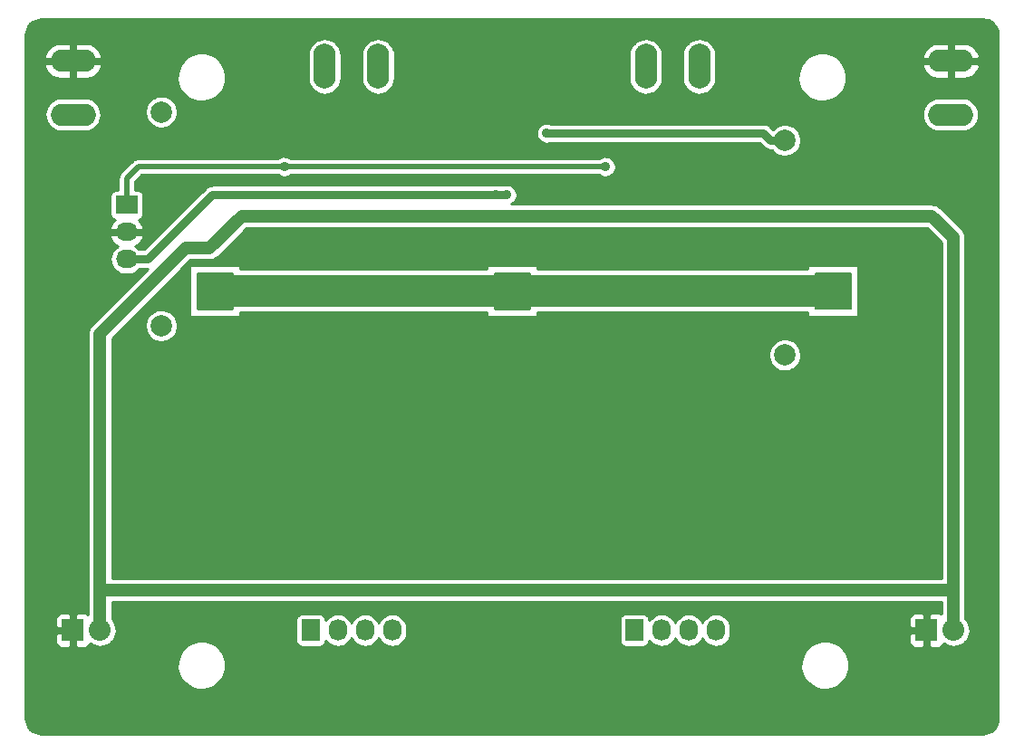
<source format=gbl>
G04 #@! TF.FileFunction,Copper,L2,Bot,Signal*
%FSLAX46Y46*%
G04 Gerber Fmt 4.6, Leading zero omitted, Abs format (unit mm)*
G04 Created by KiCad (PCBNEW 4.0.6-e0-6349~53~ubuntu16.04.1) date Thu May 25 23:24:03 2017*
%MOMM*%
%LPD*%
G01*
G04 APERTURE LIST*
%ADD10C,0.100000*%
%ADD11C,1.998980*%
%ADD12O,4.200000X2.100000*%
%ADD13O,2.100000X4.200000*%
%ADD14R,2.032000X2.032000*%
%ADD15O,2.032000X2.032000*%
%ADD16R,2.032000X1.727200*%
%ADD17O,2.032000X1.727200*%
%ADD18R,1.727200X2.032000*%
%ADD19O,1.727200X2.032000*%
%ADD20C,0.600000*%
%ADD21C,0.800000*%
%ADD22C,0.914000*%
%ADD23C,0.254000*%
%ADD24C,0.508000*%
%ADD25C,0.758000*%
%ADD26C,1.200000*%
%ADD27C,1.524000*%
%ADD28C,3.000000*%
%ADD29C,0.200000*%
G04 APERTURE END LIST*
D10*
D11*
X120500000Y-93000000D03*
X120500000Y-72900000D03*
X62250000Y-90250000D03*
X62250000Y-70250000D03*
D12*
X136000000Y-65500000D03*
X136000000Y-70500000D03*
D13*
X77500000Y-66000000D03*
X82500000Y-66000000D03*
X107500000Y-66000000D03*
X112500000Y-66000000D03*
D12*
X54000000Y-70500000D03*
X54000000Y-65500000D03*
D14*
X133730000Y-118750000D03*
D15*
X136270000Y-118750000D03*
D16*
X59000000Y-78960000D03*
D17*
X59000000Y-81500000D03*
X59000000Y-84040000D03*
D18*
X106440000Y-118750000D03*
D19*
X108980000Y-118750000D03*
X111520000Y-118750000D03*
X114060000Y-118750000D03*
D18*
X76190000Y-118750000D03*
D19*
X78730000Y-118750000D03*
X81270000Y-118750000D03*
X83810000Y-118750000D03*
D14*
X53980000Y-118750000D03*
D15*
X56520000Y-118750000D03*
D20*
X113500000Y-112500000D03*
X104500000Y-112500000D03*
X107750000Y-112500000D03*
X110250000Y-112500000D03*
X80000000Y-112500000D03*
X82500000Y-112500000D03*
X85750000Y-112500000D03*
X76500000Y-112500000D03*
D21*
X96250000Y-104500000D03*
X95000000Y-104500000D03*
X93750000Y-104500000D03*
X96250000Y-106000000D03*
X95000000Y-106000000D03*
X93750000Y-106000000D03*
X93750000Y-95250000D03*
X92500000Y-95250000D03*
X96250000Y-93500000D03*
X95000000Y-93500000D03*
X93750000Y-93500000D03*
X96250000Y-92000000D03*
X95000000Y-92000000D03*
X93750000Y-92000000D03*
X95000000Y-95250000D03*
X96250000Y-95250000D03*
X97500000Y-95250000D03*
X97500000Y-96750000D03*
X97500000Y-98250000D03*
X97500000Y-99750000D03*
X97500000Y-101250000D03*
X97500000Y-102750000D03*
X96250000Y-102750000D03*
X95000000Y-102750000D03*
X93750000Y-102750000D03*
X92500000Y-102750000D03*
X92500000Y-101250000D03*
X93750000Y-101250000D03*
X95000000Y-101250000D03*
X96250000Y-101250000D03*
X96250000Y-99750000D03*
X95000000Y-99750000D03*
X93750000Y-99750000D03*
X92500000Y-99750000D03*
X92500000Y-98250000D03*
X93750000Y-98250000D03*
X95000000Y-98250000D03*
X96250000Y-98250000D03*
X96250000Y-96750000D03*
X95000000Y-96750000D03*
X93750000Y-96750000D03*
X92500000Y-96750000D03*
D20*
X80000000Y-83000000D03*
X80000000Y-84500000D03*
X80000000Y-81500000D03*
X80000000Y-76750000D03*
X80000000Y-89500000D03*
X80000000Y-91250000D03*
X80000000Y-93000000D03*
X80000000Y-94750000D03*
X80000000Y-96500000D03*
X80000000Y-74000000D03*
X80000000Y-63000000D03*
X80000000Y-65000000D03*
X80000000Y-67000000D03*
X80000000Y-69000000D03*
X80000000Y-71000000D03*
X110000000Y-96500000D03*
X110000000Y-94750000D03*
X110000000Y-93000000D03*
X110000000Y-91250000D03*
X110000000Y-89500000D03*
X110000000Y-84500000D03*
X110000000Y-83000000D03*
X110000000Y-71000000D03*
X110000000Y-69000000D03*
X110000000Y-67000000D03*
X110000000Y-65000000D03*
X110000000Y-63000000D03*
X110000000Y-76750000D03*
X110000000Y-81500000D03*
X105500000Y-74000000D03*
X110000000Y-74000000D03*
X75500000Y-74000000D03*
X70000000Y-76750000D03*
X68500000Y-76750000D03*
X68500000Y-74500000D03*
X70000000Y-74500000D03*
X100000000Y-74500000D03*
X98500000Y-74500000D03*
X98500000Y-76750000D03*
X100000000Y-76750000D03*
X88750000Y-84750000D03*
X90500000Y-84750000D03*
X90500000Y-83250000D03*
X90500000Y-81750000D03*
X101250000Y-84750000D03*
X99500000Y-84750000D03*
X99500000Y-83250000D03*
X99500000Y-81750000D03*
X120500000Y-81750000D03*
X120500000Y-83250000D03*
X120500000Y-84750000D03*
X118750000Y-84750000D03*
X71250000Y-84750000D03*
X69500000Y-83500000D03*
X69500000Y-82250000D03*
X86000000Y-94500000D03*
X86000000Y-96000000D03*
X86000000Y-93000000D03*
X86000000Y-91500000D03*
X87500000Y-91500000D03*
X89000000Y-91500000D03*
X104000000Y-94500000D03*
X104000000Y-96000000D03*
X104000000Y-93000000D03*
X104000000Y-91500000D03*
X102500000Y-91500000D03*
X101250000Y-91500000D03*
D21*
X95000000Y-117000000D03*
X89000000Y-117000000D03*
X90500000Y-117000000D03*
X92000000Y-117000000D03*
X93500000Y-117000000D03*
X101000000Y-117000000D03*
X99500000Y-117000000D03*
X98000000Y-117000000D03*
X96500000Y-117000000D03*
D22*
X95000000Y-80000000D03*
X102000000Y-115000000D03*
X66750000Y-83000000D03*
X65500000Y-83000000D03*
X93750000Y-80000000D03*
X95750000Y-87750000D03*
X94250000Y-87750000D03*
X94250000Y-86250000D03*
X95750000Y-86250000D03*
X68000000Y-86250000D03*
X66500000Y-86250000D03*
X66500000Y-87750000D03*
X68000000Y-87750000D03*
X125750000Y-86250000D03*
X124250000Y-86250000D03*
X124250000Y-87750000D03*
X125750000Y-87750000D03*
X93500000Y-78000000D03*
X94500000Y-78000000D03*
X103725000Y-75375000D03*
X73723500Y-75374500D03*
X98250000Y-72250000D03*
D23*
X110250000Y-112500000D02*
X107750000Y-112500000D01*
X104500000Y-112500000D02*
X107750000Y-112500000D01*
X113500000Y-112500000D02*
X110250000Y-112500000D01*
X80000000Y-112500000D02*
X76500000Y-112500000D01*
X85750000Y-112500000D02*
X82500000Y-112500000D01*
X80000000Y-112500000D02*
X82500000Y-112500000D01*
D24*
X93750000Y-102750000D02*
X93750000Y-104500000D01*
X95000000Y-104500000D02*
X96250000Y-104500000D01*
X96250000Y-106000000D02*
X95000000Y-106000000D01*
X93750000Y-95250000D02*
X92500000Y-95250000D01*
X93750000Y-95250000D02*
X93750000Y-93500000D01*
X95000000Y-93500000D02*
X96250000Y-93500000D01*
X96250000Y-92000000D02*
X95000000Y-92000000D01*
D25*
X93750000Y-95250000D02*
X95000000Y-95250000D01*
X96250000Y-95250000D02*
X97500000Y-95250000D01*
X97500000Y-96750000D02*
X97500000Y-98250000D01*
X97500000Y-99750000D02*
X97500000Y-101250000D01*
X97500000Y-102750000D02*
X96250000Y-102750000D01*
X95000000Y-102750000D02*
X93750000Y-102750000D01*
X92500000Y-102750000D02*
X92500000Y-101250000D01*
X93750000Y-101250000D02*
X95000000Y-101250000D01*
X96250000Y-101250000D02*
X96250000Y-99750000D01*
X95000000Y-99750000D02*
X93750000Y-99750000D01*
X92500000Y-99750000D02*
X92500000Y-98250000D01*
X93750000Y-98250000D02*
X95000000Y-98250000D01*
X96250000Y-98250000D02*
X96250000Y-96750000D01*
X95000000Y-96750000D02*
X93750000Y-96750000D01*
X59152400Y-81540000D02*
X59292400Y-81400000D01*
X59000000Y-81540000D02*
X59152400Y-81540000D01*
D23*
X80000000Y-83000000D02*
X80000000Y-84500000D01*
X80000000Y-83000000D02*
X80000000Y-84500000D01*
X80000000Y-81500000D02*
X80000000Y-83000000D01*
X80000000Y-89500000D02*
X80000000Y-91250000D01*
X80000000Y-93000000D02*
X80000000Y-94750000D01*
X80000000Y-65000000D02*
X80000000Y-63000000D01*
X80000000Y-69000000D02*
X80000000Y-67000000D01*
X110000000Y-93000000D02*
X110000000Y-94750000D01*
X110000000Y-89500000D02*
X110000000Y-91250000D01*
X110000000Y-83000000D02*
X110000000Y-84500000D01*
X110000000Y-83000000D02*
X110000000Y-84500000D01*
X110000000Y-81500000D02*
X110000000Y-83000000D01*
X110000000Y-69000000D02*
X110000000Y-67000000D01*
X110000000Y-65000000D02*
X110000000Y-63000000D01*
X110000000Y-74000000D02*
X105500000Y-74000000D01*
X80000000Y-74000000D02*
X75500000Y-74000000D01*
X68500000Y-76750000D02*
X70000000Y-76750000D01*
X70000000Y-74500000D02*
X68500000Y-74500000D01*
X100000000Y-74500000D02*
X98500000Y-74500000D01*
X98500000Y-76750000D02*
X100000000Y-76750000D01*
X88750000Y-84750000D02*
X90500000Y-84750000D01*
X90500000Y-83250000D02*
X90500000Y-81750000D01*
X101250000Y-84750000D02*
X99500000Y-84750000D01*
X99500000Y-83250000D02*
X99500000Y-81750000D01*
X120500000Y-83250000D02*
X120500000Y-81750000D01*
X118750000Y-84750000D02*
X120500000Y-84750000D01*
X71250000Y-84750000D02*
X70250000Y-84750000D01*
X70250000Y-84750000D02*
X69500000Y-84000000D01*
X69500000Y-84000000D02*
X69500000Y-83500000D01*
X86000000Y-94500000D02*
X86000000Y-96000000D01*
X86000000Y-93000000D02*
X86000000Y-91500000D01*
X87500000Y-91500000D02*
X89000000Y-91500000D01*
X104000000Y-94500000D02*
X104000000Y-96000000D01*
X104000000Y-93000000D02*
X104000000Y-91500000D01*
X102500000Y-91500000D02*
X101250000Y-91500000D01*
X92000000Y-117000000D02*
X90500000Y-117000000D01*
X101000000Y-117000000D02*
X93500000Y-117000000D01*
X98000000Y-117000000D02*
X99500000Y-117000000D01*
X96500000Y-117000000D02*
X95000000Y-117000000D01*
D26*
X56500000Y-91000000D02*
X56520000Y-91020000D01*
X56520000Y-91020000D02*
X56520000Y-115000000D01*
X64500000Y-83000000D02*
X56500000Y-91000000D01*
X136250000Y-115000000D02*
X136250000Y-119000000D01*
X125000000Y-80000000D02*
X134250000Y-80000000D01*
X136250000Y-82000000D02*
X136250000Y-115000000D01*
X134250000Y-80000000D02*
X136250000Y-82000000D01*
X65500000Y-83000000D02*
X66750000Y-83000000D01*
X93750000Y-80000000D02*
X95000000Y-80000000D01*
X123750000Y-80000000D02*
X125000000Y-80000000D01*
X123000000Y-80000000D02*
X123750000Y-80000000D01*
X95000000Y-80000000D02*
X123750000Y-80000000D01*
X125146295Y-80000000D02*
X125000000Y-80000000D01*
X56520000Y-115000000D02*
X102000000Y-115000000D01*
X56520000Y-118750000D02*
X56520000Y-115000000D01*
X66750000Y-83000000D02*
X69750000Y-80000000D01*
X69750000Y-80000000D02*
X93103705Y-80000000D01*
X93103705Y-80000000D02*
X93750000Y-80000000D01*
X136250000Y-119000000D02*
X136270000Y-118750000D01*
X102000000Y-115000000D02*
X136250000Y-115000000D01*
X64500000Y-83000000D02*
X65500000Y-83000000D01*
D27*
X95000000Y-87750000D02*
X95750000Y-87750000D01*
X94250000Y-87750000D02*
X95000000Y-87750000D01*
X95000000Y-86250000D02*
X94250000Y-86250000D01*
X95750000Y-86250000D02*
X95000000Y-86250000D01*
X95000000Y-87000000D02*
X95000000Y-86250000D01*
X95000000Y-87750000D02*
X95000000Y-87000000D01*
X67250000Y-87750000D02*
X67250000Y-86250000D01*
X68000000Y-86250000D02*
X67250000Y-86250000D01*
X67250000Y-86250000D02*
X66500000Y-86250000D01*
X66500000Y-87750000D02*
X67250000Y-87750000D01*
X67400000Y-87750000D02*
X68000000Y-87750000D01*
X67250000Y-87750000D02*
X67400000Y-87750000D01*
X67400000Y-87000000D02*
X67400000Y-87750000D01*
X67200000Y-87000000D02*
X67400000Y-87000000D01*
D28*
X95000000Y-87000000D02*
X67200000Y-87000000D01*
X125000000Y-87000000D02*
X95750000Y-87000000D01*
D27*
X125000000Y-87750000D02*
X125000000Y-87000000D01*
X125000000Y-87000000D02*
X125000000Y-86250000D01*
X125750000Y-86250000D02*
X125000000Y-86250000D01*
X125000000Y-86250000D02*
X124250000Y-86250000D01*
X124250000Y-87750000D02*
X125000000Y-87750000D01*
X125000000Y-87750000D02*
X125750000Y-87750000D01*
D25*
X63600000Y-81400000D02*
X61000000Y-84000000D01*
X89103705Y-78000000D02*
X67000000Y-78000000D01*
X63600000Y-81400000D02*
X67000000Y-78000000D01*
X61000000Y-84000000D02*
X59040000Y-84000000D01*
X59040000Y-84000000D02*
X59000000Y-84040000D01*
X93500000Y-78000000D02*
X94500000Y-78000000D01*
X92853705Y-78000000D02*
X93500000Y-78000000D01*
X89000000Y-78000000D02*
X92853705Y-78000000D01*
D24*
X59000000Y-78960000D02*
X59000000Y-76460000D01*
X103724500Y-75374500D02*
X103725000Y-75375000D01*
X73723500Y-75374500D02*
X103724500Y-75374500D01*
X73723500Y-75374500D02*
X60085500Y-75374500D01*
X60085500Y-75374500D02*
X59000000Y-76460000D01*
D25*
X119170000Y-72920000D02*
X118500000Y-72250000D01*
X118500000Y-72250000D02*
X98250000Y-72250000D01*
X120500000Y-72920000D02*
X119170000Y-72920000D01*
D23*
G36*
X96623000Y-88623000D02*
X93377000Y-88623000D01*
X93377000Y-85377000D01*
X96623000Y-85377000D01*
X96623000Y-88623000D01*
X96623000Y-88623000D01*
G37*
X96623000Y-88623000D02*
X93377000Y-88623000D01*
X93377000Y-85377000D01*
X96623000Y-85377000D01*
X96623000Y-88623000D01*
G36*
X68873000Y-88623000D02*
X65627000Y-88623000D01*
X65627000Y-85377000D01*
X68873000Y-85377000D01*
X68873000Y-88623000D01*
X68873000Y-88623000D01*
G37*
X68873000Y-88623000D02*
X65627000Y-88623000D01*
X65627000Y-85377000D01*
X68873000Y-85377000D01*
X68873000Y-88623000D01*
D29*
G36*
X126650000Y-88650000D02*
X123350000Y-88650000D01*
X123350000Y-85350000D01*
X126650000Y-85350000D01*
X126650000Y-88650000D01*
X126650000Y-88650000D01*
G37*
X126650000Y-88650000D02*
X123350000Y-88650000D01*
X123350000Y-85350000D01*
X126650000Y-85350000D01*
X126650000Y-88650000D01*
D23*
G36*
X135123000Y-113873000D02*
X127377000Y-113873000D01*
X127377000Y-89377000D01*
X127377000Y-84623000D01*
X122623000Y-84623000D01*
X122623000Y-84973000D01*
X97377000Y-84973000D01*
X97377000Y-84623000D01*
X92623000Y-84623000D01*
X92623000Y-84973000D01*
X69627000Y-84973000D01*
X69627000Y-84623000D01*
X64873000Y-84623000D01*
X64873000Y-89377000D01*
X69627000Y-89377000D01*
X69627000Y-89027000D01*
X92623000Y-89027000D01*
X92623000Y-89377000D01*
X97377000Y-89377000D01*
X97377000Y-89027000D01*
X122623000Y-89027000D01*
X122623000Y-89377000D01*
X127377000Y-89377000D01*
X127377000Y-113873000D01*
X122026555Y-113873000D01*
X122026555Y-92850320D01*
X121968409Y-92556661D01*
X121854332Y-92279889D01*
X121688669Y-92030545D01*
X121477729Y-91818128D01*
X121229549Y-91650728D01*
X120953579Y-91534721D01*
X120660334Y-91474527D01*
X120360981Y-91472437D01*
X120066923Y-91528531D01*
X119789361Y-91640674D01*
X119538867Y-91804592D01*
X119324983Y-92014044D01*
X119155854Y-92261050D01*
X119037924Y-92536202D01*
X118975683Y-92829020D01*
X118971504Y-93128351D01*
X119025544Y-93422794D01*
X119135746Y-93701132D01*
X119297911Y-93952764D01*
X119505864Y-94168105D01*
X119751684Y-94338954D01*
X120026006Y-94458803D01*
X120318383Y-94523086D01*
X120617677Y-94529355D01*
X120912490Y-94477372D01*
X121191590Y-94369116D01*
X121444348Y-94208711D01*
X121661137Y-94002266D01*
X121833697Y-93757646D01*
X121955458Y-93484166D01*
X122021781Y-93192246D01*
X122026555Y-92850320D01*
X122026555Y-113873000D01*
X102000000Y-113873000D01*
X97377000Y-113873000D01*
X69627000Y-113873000D01*
X63776555Y-113873000D01*
X63776555Y-90100320D01*
X63718409Y-89806661D01*
X63604332Y-89529889D01*
X63438669Y-89280545D01*
X63227729Y-89068128D01*
X62979549Y-88900728D01*
X62703579Y-88784721D01*
X62410334Y-88724527D01*
X62110981Y-88722437D01*
X61816923Y-88778531D01*
X61539361Y-88890674D01*
X61288867Y-89054592D01*
X61074983Y-89264044D01*
X60905854Y-89511050D01*
X60787924Y-89786202D01*
X60725683Y-90079020D01*
X60721504Y-90378351D01*
X60775544Y-90672794D01*
X60885746Y-90951132D01*
X61047911Y-91202764D01*
X61255864Y-91418105D01*
X61501684Y-91588954D01*
X61776006Y-91708803D01*
X62068383Y-91773086D01*
X62367677Y-91779355D01*
X62662490Y-91727372D01*
X62941590Y-91619116D01*
X63194348Y-91458711D01*
X63411137Y-91252266D01*
X63583697Y-91007646D01*
X63705458Y-90734166D01*
X63771781Y-90442246D01*
X63776555Y-90100320D01*
X63776555Y-113873000D01*
X57647000Y-113873000D01*
X57647000Y-91446818D01*
X64966818Y-84127000D01*
X65500000Y-84127000D01*
X66750000Y-84127000D01*
X66853558Y-84116845D01*
X66957313Y-84107768D01*
X66963005Y-84106114D01*
X66968902Y-84105536D01*
X67068499Y-84075465D01*
X67168532Y-84046404D01*
X67173798Y-84043674D01*
X67179466Y-84041963D01*
X67271356Y-83993104D01*
X67363808Y-83945181D01*
X67368437Y-83941485D01*
X67373672Y-83938702D01*
X67454365Y-83872890D01*
X67535705Y-83807958D01*
X67543949Y-83799827D01*
X67544123Y-83799686D01*
X67544255Y-83799525D01*
X67546909Y-83796909D01*
X70216818Y-81127000D01*
X93103705Y-81127000D01*
X93750000Y-81127000D01*
X95000000Y-81127000D01*
X123000000Y-81127000D01*
X123750000Y-81127000D01*
X125000000Y-81127000D01*
X125146295Y-81127000D01*
X133783182Y-81127000D01*
X135123000Y-82466818D01*
X135123000Y-113873000D01*
X135123000Y-113873000D01*
G37*
X135123000Y-113873000D02*
X127377000Y-113873000D01*
X127377000Y-89377000D01*
X127377000Y-84623000D01*
X122623000Y-84623000D01*
X122623000Y-84973000D01*
X97377000Y-84973000D01*
X97377000Y-84623000D01*
X92623000Y-84623000D01*
X92623000Y-84973000D01*
X69627000Y-84973000D01*
X69627000Y-84623000D01*
X64873000Y-84623000D01*
X64873000Y-89377000D01*
X69627000Y-89377000D01*
X69627000Y-89027000D01*
X92623000Y-89027000D01*
X92623000Y-89377000D01*
X97377000Y-89377000D01*
X97377000Y-89027000D01*
X122623000Y-89027000D01*
X122623000Y-89377000D01*
X127377000Y-89377000D01*
X127377000Y-113873000D01*
X122026555Y-113873000D01*
X122026555Y-92850320D01*
X121968409Y-92556661D01*
X121854332Y-92279889D01*
X121688669Y-92030545D01*
X121477729Y-91818128D01*
X121229549Y-91650728D01*
X120953579Y-91534721D01*
X120660334Y-91474527D01*
X120360981Y-91472437D01*
X120066923Y-91528531D01*
X119789361Y-91640674D01*
X119538867Y-91804592D01*
X119324983Y-92014044D01*
X119155854Y-92261050D01*
X119037924Y-92536202D01*
X118975683Y-92829020D01*
X118971504Y-93128351D01*
X119025544Y-93422794D01*
X119135746Y-93701132D01*
X119297911Y-93952764D01*
X119505864Y-94168105D01*
X119751684Y-94338954D01*
X120026006Y-94458803D01*
X120318383Y-94523086D01*
X120617677Y-94529355D01*
X120912490Y-94477372D01*
X121191590Y-94369116D01*
X121444348Y-94208711D01*
X121661137Y-94002266D01*
X121833697Y-93757646D01*
X121955458Y-93484166D01*
X122021781Y-93192246D01*
X122026555Y-92850320D01*
X122026555Y-113873000D01*
X102000000Y-113873000D01*
X97377000Y-113873000D01*
X69627000Y-113873000D01*
X63776555Y-113873000D01*
X63776555Y-90100320D01*
X63718409Y-89806661D01*
X63604332Y-89529889D01*
X63438669Y-89280545D01*
X63227729Y-89068128D01*
X62979549Y-88900728D01*
X62703579Y-88784721D01*
X62410334Y-88724527D01*
X62110981Y-88722437D01*
X61816923Y-88778531D01*
X61539361Y-88890674D01*
X61288867Y-89054592D01*
X61074983Y-89264044D01*
X60905854Y-89511050D01*
X60787924Y-89786202D01*
X60725683Y-90079020D01*
X60721504Y-90378351D01*
X60775544Y-90672794D01*
X60885746Y-90951132D01*
X61047911Y-91202764D01*
X61255864Y-91418105D01*
X61501684Y-91588954D01*
X61776006Y-91708803D01*
X62068383Y-91773086D01*
X62367677Y-91779355D01*
X62662490Y-91727372D01*
X62941590Y-91619116D01*
X63194348Y-91458711D01*
X63411137Y-91252266D01*
X63583697Y-91007646D01*
X63705458Y-90734166D01*
X63771781Y-90442246D01*
X63776555Y-90100320D01*
X63776555Y-113873000D01*
X57647000Y-113873000D01*
X57647000Y-91446818D01*
X64966818Y-84127000D01*
X65500000Y-84127000D01*
X66750000Y-84127000D01*
X66853558Y-84116845D01*
X66957313Y-84107768D01*
X66963005Y-84106114D01*
X66968902Y-84105536D01*
X67068499Y-84075465D01*
X67168532Y-84046404D01*
X67173798Y-84043674D01*
X67179466Y-84041963D01*
X67271356Y-83993104D01*
X67363808Y-83945181D01*
X67368437Y-83941485D01*
X67373672Y-83938702D01*
X67454365Y-83872890D01*
X67535705Y-83807958D01*
X67543949Y-83799827D01*
X67544123Y-83799686D01*
X67544255Y-83799525D01*
X67546909Y-83796909D01*
X70216818Y-81127000D01*
X93103705Y-81127000D01*
X93750000Y-81127000D01*
X95000000Y-81127000D01*
X123000000Y-81127000D01*
X123750000Y-81127000D01*
X125000000Y-81127000D01*
X125146295Y-81127000D01*
X133783182Y-81127000D01*
X135123000Y-82466818D01*
X135123000Y-113873000D01*
G36*
X140423000Y-126971781D02*
X140393185Y-127275855D01*
X140313071Y-127541206D01*
X140182942Y-127785943D01*
X140007754Y-128000744D01*
X139794185Y-128177425D01*
X139550365Y-128309258D01*
X139285576Y-128391224D01*
X138983258Y-128423000D01*
X138664730Y-128423000D01*
X138664730Y-65981528D01*
X138664730Y-65018472D01*
X138574918Y-64749281D01*
X138399159Y-64466209D01*
X138171553Y-64222865D01*
X137900846Y-64028601D01*
X137597442Y-63890882D01*
X137273000Y-63815000D01*
X136223000Y-63815000D01*
X136223000Y-65277000D01*
X138559871Y-65277000D01*
X138664730Y-65018472D01*
X138664730Y-65981528D01*
X138559871Y-65723000D01*
X136223000Y-65723000D01*
X136223000Y-67185000D01*
X137273000Y-67185000D01*
X137597442Y-67109118D01*
X137900846Y-66971399D01*
X138171553Y-66777135D01*
X138399159Y-66533791D01*
X138574918Y-66250719D01*
X138664730Y-65981528D01*
X138664730Y-128423000D01*
X138639673Y-128423000D01*
X138639673Y-70511009D01*
X138611778Y-70204500D01*
X138524880Y-69909245D01*
X138382288Y-69636493D01*
X138189434Y-69396631D01*
X137953664Y-69198796D01*
X137683957Y-69050524D01*
X137390588Y-68957461D01*
X137084729Y-68923154D01*
X137062711Y-68923000D01*
X135777000Y-68923000D01*
X135777000Y-67185000D01*
X135777000Y-65723000D01*
X135777000Y-65277000D01*
X135777000Y-63815000D01*
X134727000Y-63815000D01*
X134402558Y-63890882D01*
X134099154Y-64028601D01*
X133828447Y-64222865D01*
X133600841Y-64466209D01*
X133425082Y-64749281D01*
X133335270Y-65018472D01*
X133440129Y-65277000D01*
X135777000Y-65277000D01*
X135777000Y-65723000D01*
X133440129Y-65723000D01*
X133335270Y-65981528D01*
X133425082Y-66250719D01*
X133600841Y-66533791D01*
X133828447Y-66777135D01*
X134099154Y-66971399D01*
X134402558Y-67109118D01*
X134727000Y-67185000D01*
X135777000Y-67185000D01*
X135777000Y-68923000D01*
X134937289Y-68923000D01*
X134630981Y-68953034D01*
X134336341Y-69041991D01*
X134064591Y-69186483D01*
X133826081Y-69381007D01*
X133629897Y-69618153D01*
X133483511Y-69888888D01*
X133392499Y-70182900D01*
X133360327Y-70488991D01*
X133388222Y-70795500D01*
X133475120Y-71090755D01*
X133617712Y-71363507D01*
X133810566Y-71603369D01*
X134046336Y-71801204D01*
X134316043Y-71949476D01*
X134609412Y-72042539D01*
X134915271Y-72076846D01*
X134937289Y-72077000D01*
X137062711Y-72077000D01*
X137369019Y-72046966D01*
X137663659Y-71958009D01*
X137935409Y-71813517D01*
X138173919Y-71618993D01*
X138370103Y-71381847D01*
X138516489Y-71111112D01*
X138607501Y-70817100D01*
X138639673Y-70511009D01*
X138639673Y-128423000D01*
X137820428Y-128423000D01*
X137820428Y-118760772D01*
X137793135Y-118460871D01*
X137708111Y-118171982D01*
X137568593Y-117905110D01*
X137379897Y-117670419D01*
X137377000Y-117667988D01*
X137377000Y-115000000D01*
X137377000Y-82000000D01*
X137366845Y-81896441D01*
X137357768Y-81792687D01*
X137356114Y-81786994D01*
X137355536Y-81781098D01*
X137325465Y-81681500D01*
X137296404Y-81581468D01*
X137293674Y-81576201D01*
X137291963Y-81570534D01*
X137243104Y-81478643D01*
X137195181Y-81386192D01*
X137191485Y-81381562D01*
X137188702Y-81376328D01*
X137122890Y-81295634D01*
X137057958Y-81214295D01*
X137049827Y-81206050D01*
X137049686Y-81205877D01*
X137049525Y-81205744D01*
X137046909Y-81203091D01*
X135046909Y-79203091D01*
X134966525Y-79137063D01*
X134886718Y-79070097D01*
X134881521Y-79067240D01*
X134876945Y-79063481D01*
X134785285Y-79014333D01*
X134693973Y-78964134D01*
X134688317Y-78962339D01*
X134683101Y-78959543D01*
X134583611Y-78929126D01*
X134484316Y-78897628D01*
X134478426Y-78896967D01*
X134472760Y-78895235D01*
X134369197Y-78884715D01*
X134265735Y-78873110D01*
X134254150Y-78873029D01*
X134253934Y-78873007D01*
X134253732Y-78873026D01*
X134250000Y-78873000D01*
X126277158Y-78873000D01*
X126277158Y-66776723D01*
X126190422Y-66338673D01*
X126020253Y-65925812D01*
X125773133Y-65553868D01*
X125458476Y-65237006D01*
X125088265Y-64987295D01*
X124676603Y-64814249D01*
X124239169Y-64724456D01*
X123792626Y-64721339D01*
X123353981Y-64805015D01*
X122939943Y-64972297D01*
X122566282Y-65216814D01*
X122247231Y-65529252D01*
X121994942Y-65897710D01*
X121819025Y-66308154D01*
X121726181Y-66744950D01*
X121719947Y-67191461D01*
X121800558Y-67630680D01*
X121964946Y-68045876D01*
X122206848Y-68421235D01*
X122517051Y-68742459D01*
X122883739Y-68997314D01*
X123292945Y-69176091D01*
X123729082Y-69271983D01*
X124175539Y-69281334D01*
X124615310Y-69203791D01*
X125031643Y-69042306D01*
X125408681Y-68803030D01*
X125732064Y-68495077D01*
X125989472Y-68130178D01*
X126171102Y-67722230D01*
X126270036Y-67286772D01*
X126277158Y-66776723D01*
X126277158Y-78873000D01*
X125146295Y-78873000D01*
X125000000Y-78873000D01*
X123750000Y-78873000D01*
X123000000Y-78873000D01*
X122026555Y-78873000D01*
X122026555Y-72750320D01*
X121968409Y-72456661D01*
X121854332Y-72179889D01*
X121688669Y-71930545D01*
X121477729Y-71718128D01*
X121229549Y-71550728D01*
X120953579Y-71434721D01*
X120660334Y-71374527D01*
X120360981Y-71372437D01*
X120066923Y-71428531D01*
X119789361Y-71540674D01*
X119538867Y-71704592D01*
X119385782Y-71854504D01*
X119140639Y-71609361D01*
X119075973Y-71556245D01*
X119011860Y-71502447D01*
X119007682Y-71500150D01*
X119004004Y-71497129D01*
X118930264Y-71457589D01*
X118856911Y-71417263D01*
X118852372Y-71415823D01*
X118848172Y-71413571D01*
X118768113Y-71389094D01*
X118688368Y-71363798D01*
X118683634Y-71363267D01*
X118679078Y-71361874D01*
X118595807Y-71353415D01*
X118512650Y-71344088D01*
X118503341Y-71344023D01*
X118503162Y-71344005D01*
X118502994Y-71344020D01*
X118500000Y-71344000D01*
X114077000Y-71344000D01*
X114077000Y-67062711D01*
X114077000Y-64937289D01*
X114046966Y-64630981D01*
X113958009Y-64336341D01*
X113813517Y-64064591D01*
X113618993Y-63826081D01*
X113381847Y-63629897D01*
X113111112Y-63483511D01*
X112817100Y-63392499D01*
X112511009Y-63360327D01*
X112204500Y-63388222D01*
X111909245Y-63475120D01*
X111636493Y-63617712D01*
X111396631Y-63810566D01*
X111198796Y-64046336D01*
X111050524Y-64316043D01*
X110957461Y-64609412D01*
X110923154Y-64915271D01*
X110923000Y-64937289D01*
X110923000Y-67062711D01*
X110953034Y-67369019D01*
X111041991Y-67663659D01*
X111186483Y-67935409D01*
X111381007Y-68173919D01*
X111618153Y-68370103D01*
X111888888Y-68516489D01*
X112182900Y-68607501D01*
X112488991Y-68639673D01*
X112795500Y-68611778D01*
X113090755Y-68524880D01*
X113363507Y-68382288D01*
X113603369Y-68189434D01*
X113801204Y-67953664D01*
X113949476Y-67683957D01*
X114042539Y-67390588D01*
X114076846Y-67084729D01*
X114077000Y-67062711D01*
X114077000Y-71344000D01*
X109077000Y-71344000D01*
X109077000Y-67062711D01*
X109077000Y-64937289D01*
X109046966Y-64630981D01*
X108958009Y-64336341D01*
X108813517Y-64064591D01*
X108618993Y-63826081D01*
X108381847Y-63629897D01*
X108111112Y-63483511D01*
X107817100Y-63392499D01*
X107511009Y-63360327D01*
X107204500Y-63388222D01*
X106909245Y-63475120D01*
X106636493Y-63617712D01*
X106396631Y-63810566D01*
X106198796Y-64046336D01*
X106050524Y-64316043D01*
X105957461Y-64609412D01*
X105923154Y-64915271D01*
X105923000Y-64937289D01*
X105923000Y-67062711D01*
X105953034Y-67369019D01*
X106041991Y-67663659D01*
X106186483Y-67935409D01*
X106381007Y-68173919D01*
X106618153Y-68370103D01*
X106888888Y-68516489D01*
X107182900Y-68607501D01*
X107488991Y-68639673D01*
X107795500Y-68611778D01*
X108090755Y-68524880D01*
X108363507Y-68382288D01*
X108603369Y-68189434D01*
X108801204Y-67953664D01*
X108949476Y-67683957D01*
X109042539Y-67390588D01*
X109076846Y-67084729D01*
X109077000Y-67062711D01*
X109077000Y-71344000D01*
X98634072Y-71344000D01*
X98542385Y-71305458D01*
X98353354Y-71266656D01*
X98160386Y-71265308D01*
X97970832Y-71301468D01*
X97791911Y-71373756D01*
X97630439Y-71479421D01*
X97492565Y-71614437D01*
X97383542Y-71773661D01*
X97307522Y-71951028D01*
X97267401Y-72139784D01*
X97264707Y-72332737D01*
X97299542Y-72522539D01*
X97370580Y-72701961D01*
X97475114Y-72864167D01*
X97609164Y-73002979D01*
X97767623Y-73113111D01*
X97944456Y-73190368D01*
X98132927Y-73231806D01*
X98325857Y-73235847D01*
X98515897Y-73202338D01*
X98635362Y-73156000D01*
X118124722Y-73156000D01*
X118529361Y-73560639D01*
X118594026Y-73613754D01*
X118658140Y-73667553D01*
X118662317Y-73669849D01*
X118665996Y-73672871D01*
X118739735Y-73712410D01*
X118813089Y-73752737D01*
X118817627Y-73754176D01*
X118821828Y-73756429D01*
X118901886Y-73780905D01*
X118981632Y-73806202D01*
X118986365Y-73806732D01*
X118990922Y-73808126D01*
X119074192Y-73816584D01*
X119157350Y-73825912D01*
X119166658Y-73825976D01*
X119166838Y-73825995D01*
X119167005Y-73825979D01*
X119170000Y-73826000D01*
X119280662Y-73826000D01*
X119297911Y-73852764D01*
X119505864Y-74068105D01*
X119751684Y-74238954D01*
X120026006Y-74358803D01*
X120318383Y-74423086D01*
X120617677Y-74429355D01*
X120912490Y-74377372D01*
X121191590Y-74269116D01*
X121444348Y-74108711D01*
X121661137Y-73902266D01*
X121833697Y-73657646D01*
X121955458Y-73384166D01*
X122021781Y-73092246D01*
X122026555Y-72750320D01*
X122026555Y-78873000D01*
X104709042Y-78873000D01*
X104709042Y-75278514D01*
X104671560Y-75089217D01*
X104598024Y-74910805D01*
X104491235Y-74750074D01*
X104355260Y-74613147D01*
X104195279Y-74505238D01*
X104017385Y-74430458D01*
X103828354Y-74391656D01*
X103635386Y-74390308D01*
X103445832Y-74426468D01*
X103266911Y-74498756D01*
X103122127Y-74593500D01*
X84077000Y-74593500D01*
X84077000Y-67062711D01*
X84077000Y-64937289D01*
X84046966Y-64630981D01*
X83958009Y-64336341D01*
X83813517Y-64064591D01*
X83618993Y-63826081D01*
X83381847Y-63629897D01*
X83111112Y-63483511D01*
X82817100Y-63392499D01*
X82511009Y-63360327D01*
X82204500Y-63388222D01*
X81909245Y-63475120D01*
X81636493Y-63617712D01*
X81396631Y-63810566D01*
X81198796Y-64046336D01*
X81050524Y-64316043D01*
X80957461Y-64609412D01*
X80923154Y-64915271D01*
X80923000Y-64937289D01*
X80923000Y-67062711D01*
X80953034Y-67369019D01*
X81041991Y-67663659D01*
X81186483Y-67935409D01*
X81381007Y-68173919D01*
X81618153Y-68370103D01*
X81888888Y-68516489D01*
X82182900Y-68607501D01*
X82488991Y-68639673D01*
X82795500Y-68611778D01*
X83090755Y-68524880D01*
X83363507Y-68382288D01*
X83603369Y-68189434D01*
X83801204Y-67953664D01*
X83949476Y-67683957D01*
X84042539Y-67390588D01*
X84076846Y-67084729D01*
X84077000Y-67062711D01*
X84077000Y-74593500D01*
X79077000Y-74593500D01*
X79077000Y-67062711D01*
X79077000Y-64937289D01*
X79046966Y-64630981D01*
X78958009Y-64336341D01*
X78813517Y-64064591D01*
X78618993Y-63826081D01*
X78381847Y-63629897D01*
X78111112Y-63483511D01*
X77817100Y-63392499D01*
X77511009Y-63360327D01*
X77204500Y-63388222D01*
X76909245Y-63475120D01*
X76636493Y-63617712D01*
X76396631Y-63810566D01*
X76198796Y-64046336D01*
X76050524Y-64316043D01*
X75957461Y-64609412D01*
X75923154Y-64915271D01*
X75923000Y-64937289D01*
X75923000Y-67062711D01*
X75953034Y-67369019D01*
X76041991Y-67663659D01*
X76186483Y-67935409D01*
X76381007Y-68173919D01*
X76618153Y-68370103D01*
X76888888Y-68516489D01*
X77182900Y-68607501D01*
X77488991Y-68639673D01*
X77795500Y-68611778D01*
X78090755Y-68524880D01*
X78363507Y-68382288D01*
X78603369Y-68189434D01*
X78801204Y-67953664D01*
X78949476Y-67683957D01*
X79042539Y-67390588D01*
X79076846Y-67084729D01*
X79077000Y-67062711D01*
X79077000Y-74593500D01*
X74325373Y-74593500D01*
X74193779Y-74504738D01*
X74015885Y-74429958D01*
X73826854Y-74391156D01*
X73633886Y-74389808D01*
X73444332Y-74425968D01*
X73265411Y-74498256D01*
X73119863Y-74593500D01*
X68277158Y-74593500D01*
X68277158Y-66776723D01*
X68190422Y-66338673D01*
X68020253Y-65925812D01*
X67773133Y-65553868D01*
X67458476Y-65237006D01*
X67088265Y-64987295D01*
X66676603Y-64814249D01*
X66239169Y-64724456D01*
X65792626Y-64721339D01*
X65353981Y-64805015D01*
X64939943Y-64972297D01*
X64566282Y-65216814D01*
X64247231Y-65529252D01*
X63994942Y-65897710D01*
X63819025Y-66308154D01*
X63726181Y-66744950D01*
X63719947Y-67191461D01*
X63800558Y-67630680D01*
X63964946Y-68045876D01*
X64206848Y-68421235D01*
X64517051Y-68742459D01*
X64883739Y-68997314D01*
X65292945Y-69176091D01*
X65729082Y-69271983D01*
X66175539Y-69281334D01*
X66615310Y-69203791D01*
X67031643Y-69042306D01*
X67408681Y-68803030D01*
X67732064Y-68495077D01*
X67989472Y-68130178D01*
X68171102Y-67722230D01*
X68270036Y-67286772D01*
X68277158Y-66776723D01*
X68277158Y-74593500D01*
X63776555Y-74593500D01*
X63776555Y-70100320D01*
X63718409Y-69806661D01*
X63604332Y-69529889D01*
X63438669Y-69280545D01*
X63227729Y-69068128D01*
X62979549Y-68900728D01*
X62703579Y-68784721D01*
X62410334Y-68724527D01*
X62110981Y-68722437D01*
X61816923Y-68778531D01*
X61539361Y-68890674D01*
X61288867Y-69054592D01*
X61074983Y-69264044D01*
X60905854Y-69511050D01*
X60787924Y-69786202D01*
X60725683Y-70079020D01*
X60721504Y-70378351D01*
X60775544Y-70672794D01*
X60885746Y-70951132D01*
X61047911Y-71202764D01*
X61255864Y-71418105D01*
X61501684Y-71588954D01*
X61776006Y-71708803D01*
X62068383Y-71773086D01*
X62367677Y-71779355D01*
X62662490Y-71727372D01*
X62941590Y-71619116D01*
X63194348Y-71458711D01*
X63411137Y-71252266D01*
X63583697Y-71007646D01*
X63705458Y-70734166D01*
X63771781Y-70442246D01*
X63776555Y-70100320D01*
X63776555Y-74593500D01*
X60085500Y-74593500D01*
X60013715Y-74600538D01*
X59941834Y-74606827D01*
X59937887Y-74607973D01*
X59933803Y-74608374D01*
X59864800Y-74629207D01*
X59795462Y-74649352D01*
X59791811Y-74651244D01*
X59787884Y-74652430D01*
X59724241Y-74686269D01*
X59660137Y-74719498D01*
X59656925Y-74722062D01*
X59653301Y-74723989D01*
X59597406Y-74769575D01*
X59541014Y-74814593D01*
X59535297Y-74820230D01*
X59535181Y-74820325D01*
X59535091Y-74820432D01*
X59533250Y-74822249D01*
X58447750Y-75907750D01*
X58401970Y-75963481D01*
X58355586Y-76018761D01*
X58353607Y-76022359D01*
X58351001Y-76025533D01*
X58316930Y-76089074D01*
X58282155Y-76152331D01*
X58280911Y-76156250D01*
X58278973Y-76159866D01*
X58257885Y-76228838D01*
X58236067Y-76297621D01*
X58235609Y-76301700D01*
X58234408Y-76305630D01*
X58227116Y-76377412D01*
X58219076Y-76449096D01*
X58219020Y-76457124D01*
X58219005Y-76457273D01*
X58219018Y-76457411D01*
X58219000Y-76460000D01*
X58219000Y-77569400D01*
X57932095Y-77569400D01*
X57830280Y-77589652D01*
X57734372Y-77629379D01*
X57648057Y-77687052D01*
X57574652Y-77760457D01*
X57516979Y-77846772D01*
X57477252Y-77942680D01*
X57457000Y-78044495D01*
X57457000Y-78148305D01*
X57457000Y-79875505D01*
X57477252Y-79977320D01*
X57516979Y-80073228D01*
X57574652Y-80159543D01*
X57648057Y-80232948D01*
X57734372Y-80290621D01*
X57830280Y-80330348D01*
X57908473Y-80345901D01*
X57782076Y-80451331D01*
X57597965Y-80679354D01*
X57461876Y-80938914D01*
X57418815Y-81047923D01*
X57526438Y-81277000D01*
X58777000Y-81277000D01*
X58777000Y-81257000D01*
X59223000Y-81257000D01*
X59223000Y-81277000D01*
X60473562Y-81277000D01*
X60581185Y-81047923D01*
X60538124Y-80938914D01*
X60402035Y-80679354D01*
X60217924Y-80451331D01*
X60091526Y-80345901D01*
X60169720Y-80330348D01*
X60265628Y-80290621D01*
X60351943Y-80232948D01*
X60425348Y-80159543D01*
X60483021Y-80073228D01*
X60522748Y-79977320D01*
X60543000Y-79875505D01*
X60543000Y-79771695D01*
X60543000Y-78044495D01*
X60522748Y-77942680D01*
X60483021Y-77846772D01*
X60425348Y-77760457D01*
X60351943Y-77687052D01*
X60265628Y-77629379D01*
X60169720Y-77589652D01*
X60067905Y-77569400D01*
X59964095Y-77569400D01*
X59781000Y-77569400D01*
X59781000Y-76783500D01*
X60409000Y-76155500D01*
X73122980Y-76155500D01*
X73241123Y-76237611D01*
X73417956Y-76314868D01*
X73606427Y-76356306D01*
X73799357Y-76360347D01*
X73989397Y-76326838D01*
X74169310Y-76257054D01*
X74329333Y-76155500D01*
X103123761Y-76155500D01*
X103242623Y-76238111D01*
X103419456Y-76315368D01*
X103607927Y-76356806D01*
X103800857Y-76360847D01*
X103990897Y-76327338D01*
X104170810Y-76257554D01*
X104333742Y-76154154D01*
X104473487Y-76021077D01*
X104584723Y-75863390D01*
X104663212Y-75687101D01*
X104705964Y-75498925D01*
X104709042Y-75278514D01*
X104709042Y-78873000D01*
X95000000Y-78873000D01*
X94960864Y-78873000D01*
X95108742Y-78779154D01*
X95248487Y-78646077D01*
X95359723Y-78488390D01*
X95438212Y-78312101D01*
X95480964Y-78123925D01*
X95484042Y-77903514D01*
X95446560Y-77714217D01*
X95373024Y-77535805D01*
X95266235Y-77375074D01*
X95130260Y-77238147D01*
X94970279Y-77130238D01*
X94792385Y-77055458D01*
X94603354Y-77016656D01*
X94410386Y-77015308D01*
X94220832Y-77051468D01*
X94115560Y-77094000D01*
X93884072Y-77094000D01*
X93792385Y-77055458D01*
X93603354Y-77016656D01*
X93410386Y-77015308D01*
X93220832Y-77051468D01*
X93115560Y-77094000D01*
X92853705Y-77094000D01*
X89103705Y-77094000D01*
X89000000Y-77094000D01*
X67000000Y-77094000D01*
X66916694Y-77102168D01*
X66833340Y-77109461D01*
X66828765Y-77110790D01*
X66824024Y-77111255D01*
X66743898Y-77135445D01*
X66663540Y-77158792D01*
X66659311Y-77160983D01*
X66654750Y-77162361D01*
X66580850Y-77201654D01*
X66506557Y-77240164D01*
X66502833Y-77243136D01*
X66498627Y-77245373D01*
X66433772Y-77298267D01*
X66368368Y-77350479D01*
X66361736Y-77357018D01*
X66361601Y-77357129D01*
X66361497Y-77357254D01*
X66359361Y-77359361D01*
X62959361Y-80759361D01*
X60624722Y-83094000D01*
X60175081Y-83094000D01*
X60153412Y-83067048D01*
X59945509Y-82892597D01*
X59826370Y-82827099D01*
X59992865Y-82736393D01*
X60217924Y-82548669D01*
X60402035Y-82320646D01*
X60538124Y-82061086D01*
X60581185Y-81952077D01*
X60473562Y-81723000D01*
X59223000Y-81723000D01*
X59223000Y-81743000D01*
X58777000Y-81743000D01*
X58777000Y-81723000D01*
X57526438Y-81723000D01*
X57418815Y-81952077D01*
X57461876Y-82061086D01*
X57597965Y-82320646D01*
X57782076Y-82548669D01*
X58007135Y-82736393D01*
X58173491Y-82827024D01*
X58070588Y-82881740D01*
X57860270Y-83053271D01*
X57687274Y-83262386D01*
X57558191Y-83501121D01*
X57477937Y-83760381D01*
X57449568Y-84030292D01*
X57474165Y-84300572D01*
X57550792Y-84560928D01*
X57676530Y-84801441D01*
X57846588Y-85012952D01*
X58054491Y-85187403D01*
X58292318Y-85318150D01*
X58551012Y-85400212D01*
X58820718Y-85430464D01*
X58840134Y-85430600D01*
X59159866Y-85430600D01*
X59429968Y-85404116D01*
X59689782Y-85325674D01*
X59929412Y-85198260D01*
X60139730Y-85026729D01*
X60239606Y-84906000D01*
X61000000Y-84906000D01*
X61000201Y-84905980D01*
X56664730Y-89241451D01*
X56664730Y-65981528D01*
X56664730Y-65018472D01*
X56574918Y-64749281D01*
X56399159Y-64466209D01*
X56171553Y-64222865D01*
X55900846Y-64028601D01*
X55597442Y-63890882D01*
X55273000Y-63815000D01*
X54223000Y-63815000D01*
X54223000Y-65277000D01*
X56559871Y-65277000D01*
X56664730Y-65018472D01*
X56664730Y-65981528D01*
X56559871Y-65723000D01*
X54223000Y-65723000D01*
X54223000Y-67185000D01*
X55273000Y-67185000D01*
X55597442Y-67109118D01*
X55900846Y-66971399D01*
X56171553Y-66777135D01*
X56399159Y-66533791D01*
X56574918Y-66250719D01*
X56664730Y-65981528D01*
X56664730Y-89241451D01*
X56639673Y-89266508D01*
X56639673Y-70511009D01*
X56611778Y-70204500D01*
X56524880Y-69909245D01*
X56382288Y-69636493D01*
X56189434Y-69396631D01*
X55953664Y-69198796D01*
X55683957Y-69050524D01*
X55390588Y-68957461D01*
X55084729Y-68923154D01*
X55062711Y-68923000D01*
X53777000Y-68923000D01*
X53777000Y-67185000D01*
X53777000Y-65723000D01*
X53777000Y-65277000D01*
X53777000Y-63815000D01*
X52727000Y-63815000D01*
X52402558Y-63890882D01*
X52099154Y-64028601D01*
X51828447Y-64222865D01*
X51600841Y-64466209D01*
X51425082Y-64749281D01*
X51335270Y-65018472D01*
X51440129Y-65277000D01*
X53777000Y-65277000D01*
X53777000Y-65723000D01*
X51440129Y-65723000D01*
X51335270Y-65981528D01*
X51425082Y-66250719D01*
X51600841Y-66533791D01*
X51828447Y-66777135D01*
X52099154Y-66971399D01*
X52402558Y-67109118D01*
X52727000Y-67185000D01*
X53777000Y-67185000D01*
X53777000Y-68923000D01*
X52937289Y-68923000D01*
X52630981Y-68953034D01*
X52336341Y-69041991D01*
X52064591Y-69186483D01*
X51826081Y-69381007D01*
X51629897Y-69618153D01*
X51483511Y-69888888D01*
X51392499Y-70182900D01*
X51360327Y-70488991D01*
X51388222Y-70795500D01*
X51475120Y-71090755D01*
X51617712Y-71363507D01*
X51810566Y-71603369D01*
X52046336Y-71801204D01*
X52316043Y-71949476D01*
X52609412Y-72042539D01*
X52915271Y-72076846D01*
X52937289Y-72077000D01*
X55062711Y-72077000D01*
X55369019Y-72046966D01*
X55663659Y-71958009D01*
X55935409Y-71813517D01*
X56173919Y-71618993D01*
X56370103Y-71381847D01*
X56516489Y-71111112D01*
X56607501Y-70817100D01*
X56639673Y-70511009D01*
X56639673Y-89266508D01*
X55703091Y-90203091D01*
X55635858Y-90284941D01*
X55567880Y-90366532D01*
X55565986Y-90370004D01*
X55563481Y-90373055D01*
X55513410Y-90466435D01*
X55462591Y-90559646D01*
X55461408Y-90563420D01*
X55459543Y-90566899D01*
X55428551Y-90668267D01*
X55396817Y-90769533D01*
X55396390Y-90773461D01*
X55395235Y-90777240D01*
X55384524Y-90882682D01*
X55373061Y-90988198D01*
X55373405Y-90992139D01*
X55373007Y-90996066D01*
X55382978Y-91101549D01*
X55392232Y-91207313D01*
X55393000Y-91209956D01*
X55393000Y-115000000D01*
X55393000Y-117235558D01*
X55296785Y-117171270D01*
X55181223Y-117123403D01*
X55058542Y-117099000D01*
X54361750Y-117099000D01*
X54203000Y-117257750D01*
X54203000Y-118527000D01*
X54223000Y-118527000D01*
X54223000Y-118973000D01*
X54203000Y-118973000D01*
X54203000Y-120242250D01*
X54361750Y-120401000D01*
X55058542Y-120401000D01*
X55181223Y-120376597D01*
X55296785Y-120328730D01*
X55400789Y-120259237D01*
X55489237Y-120170789D01*
X55558730Y-120066785D01*
X55593307Y-119983307D01*
X55640790Y-120023150D01*
X55904682Y-120168226D01*
X56191726Y-120259282D01*
X56490990Y-120292850D01*
X56512534Y-120293000D01*
X56527466Y-120293000D01*
X56827170Y-120263614D01*
X57115458Y-120176575D01*
X57381349Y-120035197D01*
X57614717Y-119844868D01*
X57806671Y-119612835D01*
X57949901Y-119347937D01*
X58038951Y-119060263D01*
X58070428Y-118760772D01*
X58043135Y-118460871D01*
X57958111Y-118171982D01*
X57818593Y-117905110D01*
X57647000Y-117691690D01*
X57647000Y-116127000D01*
X69627000Y-116127000D01*
X97377000Y-116127000D01*
X102000000Y-116127000D01*
X127377000Y-116127000D01*
X135123000Y-116127000D01*
X135123000Y-117222195D01*
X135046785Y-117171270D01*
X134931223Y-117123403D01*
X134808542Y-117099000D01*
X134111750Y-117099000D01*
X133953000Y-117257750D01*
X133953000Y-118527000D01*
X133973000Y-118527000D01*
X133973000Y-118973000D01*
X133953000Y-118973000D01*
X133953000Y-120242250D01*
X134111750Y-120401000D01*
X134808542Y-120401000D01*
X134931223Y-120376597D01*
X135046785Y-120328730D01*
X135150789Y-120259237D01*
X135239237Y-120170789D01*
X135308730Y-120066785D01*
X135343307Y-119983307D01*
X135390790Y-120023150D01*
X135654682Y-120168226D01*
X135941726Y-120259282D01*
X136240990Y-120292850D01*
X136262534Y-120293000D01*
X136277466Y-120293000D01*
X136577170Y-120263614D01*
X136865458Y-120176575D01*
X137131349Y-120035197D01*
X137364717Y-119844868D01*
X137556671Y-119612835D01*
X137699901Y-119347937D01*
X137788951Y-119060263D01*
X137820428Y-118760772D01*
X137820428Y-128423000D01*
X133507000Y-128423000D01*
X133507000Y-120242250D01*
X133507000Y-118973000D01*
X133507000Y-118527000D01*
X133507000Y-117257750D01*
X133348250Y-117099000D01*
X132651458Y-117099000D01*
X132528777Y-117123403D01*
X132413215Y-117171270D01*
X132309211Y-117240763D01*
X132220763Y-117329211D01*
X132151270Y-117433215D01*
X132103403Y-117548777D01*
X132079000Y-117671458D01*
X132079000Y-117796542D01*
X132079000Y-118368250D01*
X132237750Y-118527000D01*
X133507000Y-118527000D01*
X133507000Y-118973000D01*
X132237750Y-118973000D01*
X132079000Y-119131750D01*
X132079000Y-119703458D01*
X132079000Y-119828542D01*
X132103403Y-119951223D01*
X132151270Y-120066785D01*
X132220763Y-120170789D01*
X132309211Y-120259237D01*
X132413215Y-120328730D01*
X132528777Y-120376597D01*
X132651458Y-120401000D01*
X133348250Y-120401000D01*
X133507000Y-120242250D01*
X133507000Y-128423000D01*
X127377000Y-128423000D01*
X126527158Y-128423000D01*
X126527158Y-121776723D01*
X126440422Y-121338673D01*
X126270253Y-120925812D01*
X126023133Y-120553868D01*
X125708476Y-120237006D01*
X125338265Y-119987295D01*
X124926603Y-119814249D01*
X124489169Y-119724456D01*
X124042626Y-119721339D01*
X123603981Y-119805015D01*
X123189943Y-119972297D01*
X122816282Y-120216814D01*
X122497231Y-120529252D01*
X122244942Y-120897710D01*
X122069025Y-121308154D01*
X121976181Y-121744950D01*
X121969947Y-122191461D01*
X122050558Y-122630680D01*
X122214946Y-123045876D01*
X122456848Y-123421235D01*
X122767051Y-123742459D01*
X123133739Y-123997314D01*
X123542945Y-124176091D01*
X123979082Y-124271983D01*
X124425539Y-124281334D01*
X124865310Y-124203791D01*
X125281643Y-124042306D01*
X125658681Y-123803030D01*
X125982064Y-123495077D01*
X126239472Y-123130178D01*
X126421102Y-122722230D01*
X126520036Y-122286772D01*
X126527158Y-121776723D01*
X126527158Y-128423000D01*
X115450600Y-128423000D01*
X115450600Y-118909866D01*
X115450600Y-118590134D01*
X115424116Y-118320032D01*
X115345674Y-118060218D01*
X115218260Y-117820588D01*
X115046729Y-117610270D01*
X114837614Y-117437274D01*
X114598879Y-117308191D01*
X114339619Y-117227937D01*
X114069708Y-117199568D01*
X113799428Y-117224165D01*
X113539072Y-117300792D01*
X113298559Y-117426530D01*
X113087048Y-117596588D01*
X112912597Y-117804491D01*
X112789122Y-118029089D01*
X112678260Y-117820588D01*
X112506729Y-117610270D01*
X112297614Y-117437274D01*
X112058879Y-117308191D01*
X111799619Y-117227937D01*
X111529708Y-117199568D01*
X111259428Y-117224165D01*
X110999072Y-117300792D01*
X110758559Y-117426530D01*
X110547048Y-117596588D01*
X110372597Y-117804491D01*
X110249122Y-118029089D01*
X110138260Y-117820588D01*
X109966729Y-117610270D01*
X109757614Y-117437274D01*
X109518879Y-117308191D01*
X109259619Y-117227937D01*
X108989708Y-117199568D01*
X108719428Y-117224165D01*
X108459072Y-117300792D01*
X108218559Y-117426530D01*
X108007048Y-117596588D01*
X107832597Y-117804491D01*
X107830600Y-117808123D01*
X107830600Y-117682095D01*
X107810348Y-117580280D01*
X107770621Y-117484372D01*
X107712948Y-117398057D01*
X107639543Y-117324652D01*
X107553228Y-117266979D01*
X107457320Y-117227252D01*
X107355505Y-117207000D01*
X107251695Y-117207000D01*
X105524495Y-117207000D01*
X105422680Y-117227252D01*
X105326772Y-117266979D01*
X105240457Y-117324652D01*
X105167052Y-117398057D01*
X105109379Y-117484372D01*
X105069652Y-117580280D01*
X105049400Y-117682095D01*
X105049400Y-117785905D01*
X105049400Y-119817905D01*
X105069652Y-119919720D01*
X105109379Y-120015628D01*
X105167052Y-120101943D01*
X105240457Y-120175348D01*
X105326772Y-120233021D01*
X105422680Y-120272748D01*
X105524495Y-120293000D01*
X105628305Y-120293000D01*
X107355505Y-120293000D01*
X107457320Y-120272748D01*
X107553228Y-120233021D01*
X107639543Y-120175348D01*
X107712948Y-120101943D01*
X107770621Y-120015628D01*
X107810348Y-119919720D01*
X107830600Y-119817905D01*
X107830600Y-119714095D01*
X107830600Y-119690275D01*
X107993271Y-119889730D01*
X108202386Y-120062726D01*
X108441121Y-120191809D01*
X108700381Y-120272063D01*
X108970292Y-120300432D01*
X109240572Y-120275835D01*
X109500928Y-120199208D01*
X109741441Y-120073470D01*
X109952952Y-119903412D01*
X110127403Y-119695509D01*
X110250877Y-119470910D01*
X110361740Y-119679412D01*
X110533271Y-119889730D01*
X110742386Y-120062726D01*
X110981121Y-120191809D01*
X111240381Y-120272063D01*
X111510292Y-120300432D01*
X111780572Y-120275835D01*
X112040928Y-120199208D01*
X112281441Y-120073470D01*
X112492952Y-119903412D01*
X112667403Y-119695509D01*
X112790877Y-119470910D01*
X112901740Y-119679412D01*
X113073271Y-119889730D01*
X113282386Y-120062726D01*
X113521121Y-120191809D01*
X113780381Y-120272063D01*
X114050292Y-120300432D01*
X114320572Y-120275835D01*
X114580928Y-120199208D01*
X114821441Y-120073470D01*
X115032952Y-119903412D01*
X115207403Y-119695509D01*
X115338150Y-119457682D01*
X115420212Y-119198988D01*
X115450464Y-118929282D01*
X115450600Y-118909866D01*
X115450600Y-128423000D01*
X97377000Y-128423000D01*
X85200600Y-128423000D01*
X85200600Y-118909866D01*
X85200600Y-118590134D01*
X85174116Y-118320032D01*
X85095674Y-118060218D01*
X84968260Y-117820588D01*
X84796729Y-117610270D01*
X84587614Y-117437274D01*
X84348879Y-117308191D01*
X84089619Y-117227937D01*
X83819708Y-117199568D01*
X83549428Y-117224165D01*
X83289072Y-117300792D01*
X83048559Y-117426530D01*
X82837048Y-117596588D01*
X82662597Y-117804491D01*
X82539122Y-118029089D01*
X82428260Y-117820588D01*
X82256729Y-117610270D01*
X82047614Y-117437274D01*
X81808879Y-117308191D01*
X81549619Y-117227937D01*
X81279708Y-117199568D01*
X81009428Y-117224165D01*
X80749072Y-117300792D01*
X80508559Y-117426530D01*
X80297048Y-117596588D01*
X80122597Y-117804491D01*
X79999122Y-118029089D01*
X79888260Y-117820588D01*
X79716729Y-117610270D01*
X79507614Y-117437274D01*
X79268879Y-117308191D01*
X79009619Y-117227937D01*
X78739708Y-117199568D01*
X78469428Y-117224165D01*
X78209072Y-117300792D01*
X77968559Y-117426530D01*
X77757048Y-117596588D01*
X77582597Y-117804491D01*
X77580600Y-117808123D01*
X77580600Y-117682095D01*
X77560348Y-117580280D01*
X77520621Y-117484372D01*
X77462948Y-117398057D01*
X77389543Y-117324652D01*
X77303228Y-117266979D01*
X77207320Y-117227252D01*
X77105505Y-117207000D01*
X77001695Y-117207000D01*
X75274495Y-117207000D01*
X75172680Y-117227252D01*
X75076772Y-117266979D01*
X74990457Y-117324652D01*
X74917052Y-117398057D01*
X74859379Y-117484372D01*
X74819652Y-117580280D01*
X74799400Y-117682095D01*
X74799400Y-117785905D01*
X74799400Y-119817905D01*
X74819652Y-119919720D01*
X74859379Y-120015628D01*
X74917052Y-120101943D01*
X74990457Y-120175348D01*
X75076772Y-120233021D01*
X75172680Y-120272748D01*
X75274495Y-120293000D01*
X75378305Y-120293000D01*
X77105505Y-120293000D01*
X77207320Y-120272748D01*
X77303228Y-120233021D01*
X77389543Y-120175348D01*
X77462948Y-120101943D01*
X77520621Y-120015628D01*
X77560348Y-119919720D01*
X77580600Y-119817905D01*
X77580600Y-119714095D01*
X77580600Y-119690275D01*
X77743271Y-119889730D01*
X77952386Y-120062726D01*
X78191121Y-120191809D01*
X78450381Y-120272063D01*
X78720292Y-120300432D01*
X78990572Y-120275835D01*
X79250928Y-120199208D01*
X79491441Y-120073470D01*
X79702952Y-119903412D01*
X79877403Y-119695509D01*
X80000877Y-119470910D01*
X80111740Y-119679412D01*
X80283271Y-119889730D01*
X80492386Y-120062726D01*
X80731121Y-120191809D01*
X80990381Y-120272063D01*
X81260292Y-120300432D01*
X81530572Y-120275835D01*
X81790928Y-120199208D01*
X82031441Y-120073470D01*
X82242952Y-119903412D01*
X82417403Y-119695509D01*
X82540877Y-119470910D01*
X82651740Y-119679412D01*
X82823271Y-119889730D01*
X83032386Y-120062726D01*
X83271121Y-120191809D01*
X83530381Y-120272063D01*
X83800292Y-120300432D01*
X84070572Y-120275835D01*
X84330928Y-120199208D01*
X84571441Y-120073470D01*
X84782952Y-119903412D01*
X84957403Y-119695509D01*
X85088150Y-119457682D01*
X85170212Y-119198988D01*
X85200464Y-118929282D01*
X85200600Y-118909866D01*
X85200600Y-128423000D01*
X69627000Y-128423000D01*
X68277158Y-128423000D01*
X68277158Y-121776723D01*
X68190422Y-121338673D01*
X68020253Y-120925812D01*
X67773133Y-120553868D01*
X67458476Y-120237006D01*
X67088265Y-119987295D01*
X66676603Y-119814249D01*
X66239169Y-119724456D01*
X65792626Y-119721339D01*
X65353981Y-119805015D01*
X64939943Y-119972297D01*
X64566282Y-120216814D01*
X64247231Y-120529252D01*
X63994942Y-120897710D01*
X63819025Y-121308154D01*
X63726181Y-121744950D01*
X63719947Y-122191461D01*
X63800558Y-122630680D01*
X63964946Y-123045876D01*
X64206848Y-123421235D01*
X64517051Y-123742459D01*
X64883739Y-123997314D01*
X65292945Y-124176091D01*
X65729082Y-124271983D01*
X66175539Y-124281334D01*
X66615310Y-124203791D01*
X67031643Y-124042306D01*
X67408681Y-123803030D01*
X67732064Y-123495077D01*
X67989472Y-123130178D01*
X68171102Y-122722230D01*
X68270036Y-122286772D01*
X68277158Y-121776723D01*
X68277158Y-128423000D01*
X53757000Y-128423000D01*
X53757000Y-120242250D01*
X53757000Y-118973000D01*
X53757000Y-118527000D01*
X53757000Y-117257750D01*
X53598250Y-117099000D01*
X52901458Y-117099000D01*
X52778777Y-117123403D01*
X52663215Y-117171270D01*
X52559211Y-117240763D01*
X52470763Y-117329211D01*
X52401270Y-117433215D01*
X52353403Y-117548777D01*
X52329000Y-117671458D01*
X52329000Y-117796542D01*
X52329000Y-118368250D01*
X52487750Y-118527000D01*
X53757000Y-118527000D01*
X53757000Y-118973000D01*
X52487750Y-118973000D01*
X52329000Y-119131750D01*
X52329000Y-119703458D01*
X52329000Y-119828542D01*
X52353403Y-119951223D01*
X52401270Y-120066785D01*
X52470763Y-120170789D01*
X52559211Y-120259237D01*
X52663215Y-120328730D01*
X52778777Y-120376597D01*
X52901458Y-120401000D01*
X53598250Y-120401000D01*
X53757000Y-120242250D01*
X53757000Y-128423000D01*
X51028218Y-128423000D01*
X50724144Y-128393185D01*
X50458793Y-128313071D01*
X50214056Y-128182942D01*
X49999255Y-128007754D01*
X49822574Y-127794185D01*
X49690741Y-127550365D01*
X49608775Y-127285576D01*
X49577000Y-126983258D01*
X49577000Y-63028218D01*
X49606815Y-62724140D01*
X49686928Y-62458792D01*
X49817056Y-62214056D01*
X49992244Y-61999255D01*
X50205817Y-61822572D01*
X50449635Y-61690740D01*
X50714424Y-61608775D01*
X51016741Y-61577000D01*
X138971781Y-61577000D01*
X139275859Y-61606815D01*
X139541207Y-61686928D01*
X139785943Y-61817056D01*
X140000744Y-61992244D01*
X140177427Y-62205817D01*
X140309259Y-62449635D01*
X140391224Y-62714424D01*
X140423000Y-63016741D01*
X140423000Y-126971781D01*
X140423000Y-126971781D01*
G37*
X140423000Y-126971781D02*
X140393185Y-127275855D01*
X140313071Y-127541206D01*
X140182942Y-127785943D01*
X140007754Y-128000744D01*
X139794185Y-128177425D01*
X139550365Y-128309258D01*
X139285576Y-128391224D01*
X138983258Y-128423000D01*
X138664730Y-128423000D01*
X138664730Y-65981528D01*
X138664730Y-65018472D01*
X138574918Y-64749281D01*
X138399159Y-64466209D01*
X138171553Y-64222865D01*
X137900846Y-64028601D01*
X137597442Y-63890882D01*
X137273000Y-63815000D01*
X136223000Y-63815000D01*
X136223000Y-65277000D01*
X138559871Y-65277000D01*
X138664730Y-65018472D01*
X138664730Y-65981528D01*
X138559871Y-65723000D01*
X136223000Y-65723000D01*
X136223000Y-67185000D01*
X137273000Y-67185000D01*
X137597442Y-67109118D01*
X137900846Y-66971399D01*
X138171553Y-66777135D01*
X138399159Y-66533791D01*
X138574918Y-66250719D01*
X138664730Y-65981528D01*
X138664730Y-128423000D01*
X138639673Y-128423000D01*
X138639673Y-70511009D01*
X138611778Y-70204500D01*
X138524880Y-69909245D01*
X138382288Y-69636493D01*
X138189434Y-69396631D01*
X137953664Y-69198796D01*
X137683957Y-69050524D01*
X137390588Y-68957461D01*
X137084729Y-68923154D01*
X137062711Y-68923000D01*
X135777000Y-68923000D01*
X135777000Y-67185000D01*
X135777000Y-65723000D01*
X135777000Y-65277000D01*
X135777000Y-63815000D01*
X134727000Y-63815000D01*
X134402558Y-63890882D01*
X134099154Y-64028601D01*
X133828447Y-64222865D01*
X133600841Y-64466209D01*
X133425082Y-64749281D01*
X133335270Y-65018472D01*
X133440129Y-65277000D01*
X135777000Y-65277000D01*
X135777000Y-65723000D01*
X133440129Y-65723000D01*
X133335270Y-65981528D01*
X133425082Y-66250719D01*
X133600841Y-66533791D01*
X133828447Y-66777135D01*
X134099154Y-66971399D01*
X134402558Y-67109118D01*
X134727000Y-67185000D01*
X135777000Y-67185000D01*
X135777000Y-68923000D01*
X134937289Y-68923000D01*
X134630981Y-68953034D01*
X134336341Y-69041991D01*
X134064591Y-69186483D01*
X133826081Y-69381007D01*
X133629897Y-69618153D01*
X133483511Y-69888888D01*
X133392499Y-70182900D01*
X133360327Y-70488991D01*
X133388222Y-70795500D01*
X133475120Y-71090755D01*
X133617712Y-71363507D01*
X133810566Y-71603369D01*
X134046336Y-71801204D01*
X134316043Y-71949476D01*
X134609412Y-72042539D01*
X134915271Y-72076846D01*
X134937289Y-72077000D01*
X137062711Y-72077000D01*
X137369019Y-72046966D01*
X137663659Y-71958009D01*
X137935409Y-71813517D01*
X138173919Y-71618993D01*
X138370103Y-71381847D01*
X138516489Y-71111112D01*
X138607501Y-70817100D01*
X138639673Y-70511009D01*
X138639673Y-128423000D01*
X137820428Y-128423000D01*
X137820428Y-118760772D01*
X137793135Y-118460871D01*
X137708111Y-118171982D01*
X137568593Y-117905110D01*
X137379897Y-117670419D01*
X137377000Y-117667988D01*
X137377000Y-115000000D01*
X137377000Y-82000000D01*
X137366845Y-81896441D01*
X137357768Y-81792687D01*
X137356114Y-81786994D01*
X137355536Y-81781098D01*
X137325465Y-81681500D01*
X137296404Y-81581468D01*
X137293674Y-81576201D01*
X137291963Y-81570534D01*
X137243104Y-81478643D01*
X137195181Y-81386192D01*
X137191485Y-81381562D01*
X137188702Y-81376328D01*
X137122890Y-81295634D01*
X137057958Y-81214295D01*
X137049827Y-81206050D01*
X137049686Y-81205877D01*
X137049525Y-81205744D01*
X137046909Y-81203091D01*
X135046909Y-79203091D01*
X134966525Y-79137063D01*
X134886718Y-79070097D01*
X134881521Y-79067240D01*
X134876945Y-79063481D01*
X134785285Y-79014333D01*
X134693973Y-78964134D01*
X134688317Y-78962339D01*
X134683101Y-78959543D01*
X134583611Y-78929126D01*
X134484316Y-78897628D01*
X134478426Y-78896967D01*
X134472760Y-78895235D01*
X134369197Y-78884715D01*
X134265735Y-78873110D01*
X134254150Y-78873029D01*
X134253934Y-78873007D01*
X134253732Y-78873026D01*
X134250000Y-78873000D01*
X126277158Y-78873000D01*
X126277158Y-66776723D01*
X126190422Y-66338673D01*
X126020253Y-65925812D01*
X125773133Y-65553868D01*
X125458476Y-65237006D01*
X125088265Y-64987295D01*
X124676603Y-64814249D01*
X124239169Y-64724456D01*
X123792626Y-64721339D01*
X123353981Y-64805015D01*
X122939943Y-64972297D01*
X122566282Y-65216814D01*
X122247231Y-65529252D01*
X121994942Y-65897710D01*
X121819025Y-66308154D01*
X121726181Y-66744950D01*
X121719947Y-67191461D01*
X121800558Y-67630680D01*
X121964946Y-68045876D01*
X122206848Y-68421235D01*
X122517051Y-68742459D01*
X122883739Y-68997314D01*
X123292945Y-69176091D01*
X123729082Y-69271983D01*
X124175539Y-69281334D01*
X124615310Y-69203791D01*
X125031643Y-69042306D01*
X125408681Y-68803030D01*
X125732064Y-68495077D01*
X125989472Y-68130178D01*
X126171102Y-67722230D01*
X126270036Y-67286772D01*
X126277158Y-66776723D01*
X126277158Y-78873000D01*
X125146295Y-78873000D01*
X125000000Y-78873000D01*
X123750000Y-78873000D01*
X123000000Y-78873000D01*
X122026555Y-78873000D01*
X122026555Y-72750320D01*
X121968409Y-72456661D01*
X121854332Y-72179889D01*
X121688669Y-71930545D01*
X121477729Y-71718128D01*
X121229549Y-71550728D01*
X120953579Y-71434721D01*
X120660334Y-71374527D01*
X120360981Y-71372437D01*
X120066923Y-71428531D01*
X119789361Y-71540674D01*
X119538867Y-71704592D01*
X119385782Y-71854504D01*
X119140639Y-71609361D01*
X119075973Y-71556245D01*
X119011860Y-71502447D01*
X119007682Y-71500150D01*
X119004004Y-71497129D01*
X118930264Y-71457589D01*
X118856911Y-71417263D01*
X118852372Y-71415823D01*
X118848172Y-71413571D01*
X118768113Y-71389094D01*
X118688368Y-71363798D01*
X118683634Y-71363267D01*
X118679078Y-71361874D01*
X118595807Y-71353415D01*
X118512650Y-71344088D01*
X118503341Y-71344023D01*
X118503162Y-71344005D01*
X118502994Y-71344020D01*
X118500000Y-71344000D01*
X114077000Y-71344000D01*
X114077000Y-67062711D01*
X114077000Y-64937289D01*
X114046966Y-64630981D01*
X113958009Y-64336341D01*
X113813517Y-64064591D01*
X113618993Y-63826081D01*
X113381847Y-63629897D01*
X113111112Y-63483511D01*
X112817100Y-63392499D01*
X112511009Y-63360327D01*
X112204500Y-63388222D01*
X111909245Y-63475120D01*
X111636493Y-63617712D01*
X111396631Y-63810566D01*
X111198796Y-64046336D01*
X111050524Y-64316043D01*
X110957461Y-64609412D01*
X110923154Y-64915271D01*
X110923000Y-64937289D01*
X110923000Y-67062711D01*
X110953034Y-67369019D01*
X111041991Y-67663659D01*
X111186483Y-67935409D01*
X111381007Y-68173919D01*
X111618153Y-68370103D01*
X111888888Y-68516489D01*
X112182900Y-68607501D01*
X112488991Y-68639673D01*
X112795500Y-68611778D01*
X113090755Y-68524880D01*
X113363507Y-68382288D01*
X113603369Y-68189434D01*
X113801204Y-67953664D01*
X113949476Y-67683957D01*
X114042539Y-67390588D01*
X114076846Y-67084729D01*
X114077000Y-67062711D01*
X114077000Y-71344000D01*
X109077000Y-71344000D01*
X109077000Y-67062711D01*
X109077000Y-64937289D01*
X109046966Y-64630981D01*
X108958009Y-64336341D01*
X108813517Y-64064591D01*
X108618993Y-63826081D01*
X108381847Y-63629897D01*
X108111112Y-63483511D01*
X107817100Y-63392499D01*
X107511009Y-63360327D01*
X107204500Y-63388222D01*
X106909245Y-63475120D01*
X106636493Y-63617712D01*
X106396631Y-63810566D01*
X106198796Y-64046336D01*
X106050524Y-64316043D01*
X105957461Y-64609412D01*
X105923154Y-64915271D01*
X105923000Y-64937289D01*
X105923000Y-67062711D01*
X105953034Y-67369019D01*
X106041991Y-67663659D01*
X106186483Y-67935409D01*
X106381007Y-68173919D01*
X106618153Y-68370103D01*
X106888888Y-68516489D01*
X107182900Y-68607501D01*
X107488991Y-68639673D01*
X107795500Y-68611778D01*
X108090755Y-68524880D01*
X108363507Y-68382288D01*
X108603369Y-68189434D01*
X108801204Y-67953664D01*
X108949476Y-67683957D01*
X109042539Y-67390588D01*
X109076846Y-67084729D01*
X109077000Y-67062711D01*
X109077000Y-71344000D01*
X98634072Y-71344000D01*
X98542385Y-71305458D01*
X98353354Y-71266656D01*
X98160386Y-71265308D01*
X97970832Y-71301468D01*
X97791911Y-71373756D01*
X97630439Y-71479421D01*
X97492565Y-71614437D01*
X97383542Y-71773661D01*
X97307522Y-71951028D01*
X97267401Y-72139784D01*
X97264707Y-72332737D01*
X97299542Y-72522539D01*
X97370580Y-72701961D01*
X97475114Y-72864167D01*
X97609164Y-73002979D01*
X97767623Y-73113111D01*
X97944456Y-73190368D01*
X98132927Y-73231806D01*
X98325857Y-73235847D01*
X98515897Y-73202338D01*
X98635362Y-73156000D01*
X118124722Y-73156000D01*
X118529361Y-73560639D01*
X118594026Y-73613754D01*
X118658140Y-73667553D01*
X118662317Y-73669849D01*
X118665996Y-73672871D01*
X118739735Y-73712410D01*
X118813089Y-73752737D01*
X118817627Y-73754176D01*
X118821828Y-73756429D01*
X118901886Y-73780905D01*
X118981632Y-73806202D01*
X118986365Y-73806732D01*
X118990922Y-73808126D01*
X119074192Y-73816584D01*
X119157350Y-73825912D01*
X119166658Y-73825976D01*
X119166838Y-73825995D01*
X119167005Y-73825979D01*
X119170000Y-73826000D01*
X119280662Y-73826000D01*
X119297911Y-73852764D01*
X119505864Y-74068105D01*
X119751684Y-74238954D01*
X120026006Y-74358803D01*
X120318383Y-74423086D01*
X120617677Y-74429355D01*
X120912490Y-74377372D01*
X121191590Y-74269116D01*
X121444348Y-74108711D01*
X121661137Y-73902266D01*
X121833697Y-73657646D01*
X121955458Y-73384166D01*
X122021781Y-73092246D01*
X122026555Y-72750320D01*
X122026555Y-78873000D01*
X104709042Y-78873000D01*
X104709042Y-75278514D01*
X104671560Y-75089217D01*
X104598024Y-74910805D01*
X104491235Y-74750074D01*
X104355260Y-74613147D01*
X104195279Y-74505238D01*
X104017385Y-74430458D01*
X103828354Y-74391656D01*
X103635386Y-74390308D01*
X103445832Y-74426468D01*
X103266911Y-74498756D01*
X103122127Y-74593500D01*
X84077000Y-74593500D01*
X84077000Y-67062711D01*
X84077000Y-64937289D01*
X84046966Y-64630981D01*
X83958009Y-64336341D01*
X83813517Y-64064591D01*
X83618993Y-63826081D01*
X83381847Y-63629897D01*
X83111112Y-63483511D01*
X82817100Y-63392499D01*
X82511009Y-63360327D01*
X82204500Y-63388222D01*
X81909245Y-63475120D01*
X81636493Y-63617712D01*
X81396631Y-63810566D01*
X81198796Y-64046336D01*
X81050524Y-64316043D01*
X80957461Y-64609412D01*
X80923154Y-64915271D01*
X80923000Y-64937289D01*
X80923000Y-67062711D01*
X80953034Y-67369019D01*
X81041991Y-67663659D01*
X81186483Y-67935409D01*
X81381007Y-68173919D01*
X81618153Y-68370103D01*
X81888888Y-68516489D01*
X82182900Y-68607501D01*
X82488991Y-68639673D01*
X82795500Y-68611778D01*
X83090755Y-68524880D01*
X83363507Y-68382288D01*
X83603369Y-68189434D01*
X83801204Y-67953664D01*
X83949476Y-67683957D01*
X84042539Y-67390588D01*
X84076846Y-67084729D01*
X84077000Y-67062711D01*
X84077000Y-74593500D01*
X79077000Y-74593500D01*
X79077000Y-67062711D01*
X79077000Y-64937289D01*
X79046966Y-64630981D01*
X78958009Y-64336341D01*
X78813517Y-64064591D01*
X78618993Y-63826081D01*
X78381847Y-63629897D01*
X78111112Y-63483511D01*
X77817100Y-63392499D01*
X77511009Y-63360327D01*
X77204500Y-63388222D01*
X76909245Y-63475120D01*
X76636493Y-63617712D01*
X76396631Y-63810566D01*
X76198796Y-64046336D01*
X76050524Y-64316043D01*
X75957461Y-64609412D01*
X75923154Y-64915271D01*
X75923000Y-64937289D01*
X75923000Y-67062711D01*
X75953034Y-67369019D01*
X76041991Y-67663659D01*
X76186483Y-67935409D01*
X76381007Y-68173919D01*
X76618153Y-68370103D01*
X76888888Y-68516489D01*
X77182900Y-68607501D01*
X77488991Y-68639673D01*
X77795500Y-68611778D01*
X78090755Y-68524880D01*
X78363507Y-68382288D01*
X78603369Y-68189434D01*
X78801204Y-67953664D01*
X78949476Y-67683957D01*
X79042539Y-67390588D01*
X79076846Y-67084729D01*
X79077000Y-67062711D01*
X79077000Y-74593500D01*
X74325373Y-74593500D01*
X74193779Y-74504738D01*
X74015885Y-74429958D01*
X73826854Y-74391156D01*
X73633886Y-74389808D01*
X73444332Y-74425968D01*
X73265411Y-74498256D01*
X73119863Y-74593500D01*
X68277158Y-74593500D01*
X68277158Y-66776723D01*
X68190422Y-66338673D01*
X68020253Y-65925812D01*
X67773133Y-65553868D01*
X67458476Y-65237006D01*
X67088265Y-64987295D01*
X66676603Y-64814249D01*
X66239169Y-64724456D01*
X65792626Y-64721339D01*
X65353981Y-64805015D01*
X64939943Y-64972297D01*
X64566282Y-65216814D01*
X64247231Y-65529252D01*
X63994942Y-65897710D01*
X63819025Y-66308154D01*
X63726181Y-66744950D01*
X63719947Y-67191461D01*
X63800558Y-67630680D01*
X63964946Y-68045876D01*
X64206848Y-68421235D01*
X64517051Y-68742459D01*
X64883739Y-68997314D01*
X65292945Y-69176091D01*
X65729082Y-69271983D01*
X66175539Y-69281334D01*
X66615310Y-69203791D01*
X67031643Y-69042306D01*
X67408681Y-68803030D01*
X67732064Y-68495077D01*
X67989472Y-68130178D01*
X68171102Y-67722230D01*
X68270036Y-67286772D01*
X68277158Y-66776723D01*
X68277158Y-74593500D01*
X63776555Y-74593500D01*
X63776555Y-70100320D01*
X63718409Y-69806661D01*
X63604332Y-69529889D01*
X63438669Y-69280545D01*
X63227729Y-69068128D01*
X62979549Y-68900728D01*
X62703579Y-68784721D01*
X62410334Y-68724527D01*
X62110981Y-68722437D01*
X61816923Y-68778531D01*
X61539361Y-68890674D01*
X61288867Y-69054592D01*
X61074983Y-69264044D01*
X60905854Y-69511050D01*
X60787924Y-69786202D01*
X60725683Y-70079020D01*
X60721504Y-70378351D01*
X60775544Y-70672794D01*
X60885746Y-70951132D01*
X61047911Y-71202764D01*
X61255864Y-71418105D01*
X61501684Y-71588954D01*
X61776006Y-71708803D01*
X62068383Y-71773086D01*
X62367677Y-71779355D01*
X62662490Y-71727372D01*
X62941590Y-71619116D01*
X63194348Y-71458711D01*
X63411137Y-71252266D01*
X63583697Y-71007646D01*
X63705458Y-70734166D01*
X63771781Y-70442246D01*
X63776555Y-70100320D01*
X63776555Y-74593500D01*
X60085500Y-74593500D01*
X60013715Y-74600538D01*
X59941834Y-74606827D01*
X59937887Y-74607973D01*
X59933803Y-74608374D01*
X59864800Y-74629207D01*
X59795462Y-74649352D01*
X59791811Y-74651244D01*
X59787884Y-74652430D01*
X59724241Y-74686269D01*
X59660137Y-74719498D01*
X59656925Y-74722062D01*
X59653301Y-74723989D01*
X59597406Y-74769575D01*
X59541014Y-74814593D01*
X59535297Y-74820230D01*
X59535181Y-74820325D01*
X59535091Y-74820432D01*
X59533250Y-74822249D01*
X58447750Y-75907750D01*
X58401970Y-75963481D01*
X58355586Y-76018761D01*
X58353607Y-76022359D01*
X58351001Y-76025533D01*
X58316930Y-76089074D01*
X58282155Y-76152331D01*
X58280911Y-76156250D01*
X58278973Y-76159866D01*
X58257885Y-76228838D01*
X58236067Y-76297621D01*
X58235609Y-76301700D01*
X58234408Y-76305630D01*
X58227116Y-76377412D01*
X58219076Y-76449096D01*
X58219020Y-76457124D01*
X58219005Y-76457273D01*
X58219018Y-76457411D01*
X58219000Y-76460000D01*
X58219000Y-77569400D01*
X57932095Y-77569400D01*
X57830280Y-77589652D01*
X57734372Y-77629379D01*
X57648057Y-77687052D01*
X57574652Y-77760457D01*
X57516979Y-77846772D01*
X57477252Y-77942680D01*
X57457000Y-78044495D01*
X57457000Y-78148305D01*
X57457000Y-79875505D01*
X57477252Y-79977320D01*
X57516979Y-80073228D01*
X57574652Y-80159543D01*
X57648057Y-80232948D01*
X57734372Y-80290621D01*
X57830280Y-80330348D01*
X57908473Y-80345901D01*
X57782076Y-80451331D01*
X57597965Y-80679354D01*
X57461876Y-80938914D01*
X57418815Y-81047923D01*
X57526438Y-81277000D01*
X58777000Y-81277000D01*
X58777000Y-81257000D01*
X59223000Y-81257000D01*
X59223000Y-81277000D01*
X60473562Y-81277000D01*
X60581185Y-81047923D01*
X60538124Y-80938914D01*
X60402035Y-80679354D01*
X60217924Y-80451331D01*
X60091526Y-80345901D01*
X60169720Y-80330348D01*
X60265628Y-80290621D01*
X60351943Y-80232948D01*
X60425348Y-80159543D01*
X60483021Y-80073228D01*
X60522748Y-79977320D01*
X60543000Y-79875505D01*
X60543000Y-79771695D01*
X60543000Y-78044495D01*
X60522748Y-77942680D01*
X60483021Y-77846772D01*
X60425348Y-77760457D01*
X60351943Y-77687052D01*
X60265628Y-77629379D01*
X60169720Y-77589652D01*
X60067905Y-77569400D01*
X59964095Y-77569400D01*
X59781000Y-77569400D01*
X59781000Y-76783500D01*
X60409000Y-76155500D01*
X73122980Y-76155500D01*
X73241123Y-76237611D01*
X73417956Y-76314868D01*
X73606427Y-76356306D01*
X73799357Y-76360347D01*
X73989397Y-76326838D01*
X74169310Y-76257054D01*
X74329333Y-76155500D01*
X103123761Y-76155500D01*
X103242623Y-76238111D01*
X103419456Y-76315368D01*
X103607927Y-76356806D01*
X103800857Y-76360847D01*
X103990897Y-76327338D01*
X104170810Y-76257554D01*
X104333742Y-76154154D01*
X104473487Y-76021077D01*
X104584723Y-75863390D01*
X104663212Y-75687101D01*
X104705964Y-75498925D01*
X104709042Y-75278514D01*
X104709042Y-78873000D01*
X95000000Y-78873000D01*
X94960864Y-78873000D01*
X95108742Y-78779154D01*
X95248487Y-78646077D01*
X95359723Y-78488390D01*
X95438212Y-78312101D01*
X95480964Y-78123925D01*
X95484042Y-77903514D01*
X95446560Y-77714217D01*
X95373024Y-77535805D01*
X95266235Y-77375074D01*
X95130260Y-77238147D01*
X94970279Y-77130238D01*
X94792385Y-77055458D01*
X94603354Y-77016656D01*
X94410386Y-77015308D01*
X94220832Y-77051468D01*
X94115560Y-77094000D01*
X93884072Y-77094000D01*
X93792385Y-77055458D01*
X93603354Y-77016656D01*
X93410386Y-77015308D01*
X93220832Y-77051468D01*
X93115560Y-77094000D01*
X92853705Y-77094000D01*
X89103705Y-77094000D01*
X89000000Y-77094000D01*
X67000000Y-77094000D01*
X66916694Y-77102168D01*
X66833340Y-77109461D01*
X66828765Y-77110790D01*
X66824024Y-77111255D01*
X66743898Y-77135445D01*
X66663540Y-77158792D01*
X66659311Y-77160983D01*
X66654750Y-77162361D01*
X66580850Y-77201654D01*
X66506557Y-77240164D01*
X66502833Y-77243136D01*
X66498627Y-77245373D01*
X66433772Y-77298267D01*
X66368368Y-77350479D01*
X66361736Y-77357018D01*
X66361601Y-77357129D01*
X66361497Y-77357254D01*
X66359361Y-77359361D01*
X62959361Y-80759361D01*
X60624722Y-83094000D01*
X60175081Y-83094000D01*
X60153412Y-83067048D01*
X59945509Y-82892597D01*
X59826370Y-82827099D01*
X59992865Y-82736393D01*
X60217924Y-82548669D01*
X60402035Y-82320646D01*
X60538124Y-82061086D01*
X60581185Y-81952077D01*
X60473562Y-81723000D01*
X59223000Y-81723000D01*
X59223000Y-81743000D01*
X58777000Y-81743000D01*
X58777000Y-81723000D01*
X57526438Y-81723000D01*
X57418815Y-81952077D01*
X57461876Y-82061086D01*
X57597965Y-82320646D01*
X57782076Y-82548669D01*
X58007135Y-82736393D01*
X58173491Y-82827024D01*
X58070588Y-82881740D01*
X57860270Y-83053271D01*
X57687274Y-83262386D01*
X57558191Y-83501121D01*
X57477937Y-83760381D01*
X57449568Y-84030292D01*
X57474165Y-84300572D01*
X57550792Y-84560928D01*
X57676530Y-84801441D01*
X57846588Y-85012952D01*
X58054491Y-85187403D01*
X58292318Y-85318150D01*
X58551012Y-85400212D01*
X58820718Y-85430464D01*
X58840134Y-85430600D01*
X59159866Y-85430600D01*
X59429968Y-85404116D01*
X59689782Y-85325674D01*
X59929412Y-85198260D01*
X60139730Y-85026729D01*
X60239606Y-84906000D01*
X61000000Y-84906000D01*
X61000201Y-84905980D01*
X56664730Y-89241451D01*
X56664730Y-65981528D01*
X56664730Y-65018472D01*
X56574918Y-64749281D01*
X56399159Y-64466209D01*
X56171553Y-64222865D01*
X55900846Y-64028601D01*
X55597442Y-63890882D01*
X55273000Y-63815000D01*
X54223000Y-63815000D01*
X54223000Y-65277000D01*
X56559871Y-65277000D01*
X56664730Y-65018472D01*
X56664730Y-65981528D01*
X56559871Y-65723000D01*
X54223000Y-65723000D01*
X54223000Y-67185000D01*
X55273000Y-67185000D01*
X55597442Y-67109118D01*
X55900846Y-66971399D01*
X56171553Y-66777135D01*
X56399159Y-66533791D01*
X56574918Y-66250719D01*
X56664730Y-65981528D01*
X56664730Y-89241451D01*
X56639673Y-89266508D01*
X56639673Y-70511009D01*
X56611778Y-70204500D01*
X56524880Y-69909245D01*
X56382288Y-69636493D01*
X56189434Y-69396631D01*
X55953664Y-69198796D01*
X55683957Y-69050524D01*
X55390588Y-68957461D01*
X55084729Y-68923154D01*
X55062711Y-68923000D01*
X53777000Y-68923000D01*
X53777000Y-67185000D01*
X53777000Y-65723000D01*
X53777000Y-65277000D01*
X53777000Y-63815000D01*
X52727000Y-63815000D01*
X52402558Y-63890882D01*
X52099154Y-64028601D01*
X51828447Y-64222865D01*
X51600841Y-64466209D01*
X51425082Y-64749281D01*
X51335270Y-65018472D01*
X51440129Y-65277000D01*
X53777000Y-65277000D01*
X53777000Y-65723000D01*
X51440129Y-65723000D01*
X51335270Y-65981528D01*
X51425082Y-66250719D01*
X51600841Y-66533791D01*
X51828447Y-66777135D01*
X52099154Y-66971399D01*
X52402558Y-67109118D01*
X52727000Y-67185000D01*
X53777000Y-67185000D01*
X53777000Y-68923000D01*
X52937289Y-68923000D01*
X52630981Y-68953034D01*
X52336341Y-69041991D01*
X52064591Y-69186483D01*
X51826081Y-69381007D01*
X51629897Y-69618153D01*
X51483511Y-69888888D01*
X51392499Y-70182900D01*
X51360327Y-70488991D01*
X51388222Y-70795500D01*
X51475120Y-71090755D01*
X51617712Y-71363507D01*
X51810566Y-71603369D01*
X52046336Y-71801204D01*
X52316043Y-71949476D01*
X52609412Y-72042539D01*
X52915271Y-72076846D01*
X52937289Y-72077000D01*
X55062711Y-72077000D01*
X55369019Y-72046966D01*
X55663659Y-71958009D01*
X55935409Y-71813517D01*
X56173919Y-71618993D01*
X56370103Y-71381847D01*
X56516489Y-71111112D01*
X56607501Y-70817100D01*
X56639673Y-70511009D01*
X56639673Y-89266508D01*
X55703091Y-90203091D01*
X55635858Y-90284941D01*
X55567880Y-90366532D01*
X55565986Y-90370004D01*
X55563481Y-90373055D01*
X55513410Y-90466435D01*
X55462591Y-90559646D01*
X55461408Y-90563420D01*
X55459543Y-90566899D01*
X55428551Y-90668267D01*
X55396817Y-90769533D01*
X55396390Y-90773461D01*
X55395235Y-90777240D01*
X55384524Y-90882682D01*
X55373061Y-90988198D01*
X55373405Y-90992139D01*
X55373007Y-90996066D01*
X55382978Y-91101549D01*
X55392232Y-91207313D01*
X55393000Y-91209956D01*
X55393000Y-115000000D01*
X55393000Y-117235558D01*
X55296785Y-117171270D01*
X55181223Y-117123403D01*
X55058542Y-117099000D01*
X54361750Y-117099000D01*
X54203000Y-117257750D01*
X54203000Y-118527000D01*
X54223000Y-118527000D01*
X54223000Y-118973000D01*
X54203000Y-118973000D01*
X54203000Y-120242250D01*
X54361750Y-120401000D01*
X55058542Y-120401000D01*
X55181223Y-120376597D01*
X55296785Y-120328730D01*
X55400789Y-120259237D01*
X55489237Y-120170789D01*
X55558730Y-120066785D01*
X55593307Y-119983307D01*
X55640790Y-120023150D01*
X55904682Y-120168226D01*
X56191726Y-120259282D01*
X56490990Y-120292850D01*
X56512534Y-120293000D01*
X56527466Y-120293000D01*
X56827170Y-120263614D01*
X57115458Y-120176575D01*
X57381349Y-120035197D01*
X57614717Y-119844868D01*
X57806671Y-119612835D01*
X57949901Y-119347937D01*
X58038951Y-119060263D01*
X58070428Y-118760772D01*
X58043135Y-118460871D01*
X57958111Y-118171982D01*
X57818593Y-117905110D01*
X57647000Y-117691690D01*
X57647000Y-116127000D01*
X69627000Y-116127000D01*
X97377000Y-116127000D01*
X102000000Y-116127000D01*
X127377000Y-116127000D01*
X135123000Y-116127000D01*
X135123000Y-117222195D01*
X135046785Y-117171270D01*
X134931223Y-117123403D01*
X134808542Y-117099000D01*
X134111750Y-117099000D01*
X133953000Y-117257750D01*
X133953000Y-118527000D01*
X133973000Y-118527000D01*
X133973000Y-118973000D01*
X133953000Y-118973000D01*
X133953000Y-120242250D01*
X134111750Y-120401000D01*
X134808542Y-120401000D01*
X134931223Y-120376597D01*
X135046785Y-120328730D01*
X135150789Y-120259237D01*
X135239237Y-120170789D01*
X135308730Y-120066785D01*
X135343307Y-119983307D01*
X135390790Y-120023150D01*
X135654682Y-120168226D01*
X135941726Y-120259282D01*
X136240990Y-120292850D01*
X136262534Y-120293000D01*
X136277466Y-120293000D01*
X136577170Y-120263614D01*
X136865458Y-120176575D01*
X137131349Y-120035197D01*
X137364717Y-119844868D01*
X137556671Y-119612835D01*
X137699901Y-119347937D01*
X137788951Y-119060263D01*
X137820428Y-118760772D01*
X137820428Y-128423000D01*
X133507000Y-128423000D01*
X133507000Y-120242250D01*
X133507000Y-118973000D01*
X133507000Y-118527000D01*
X133507000Y-117257750D01*
X133348250Y-117099000D01*
X132651458Y-117099000D01*
X132528777Y-117123403D01*
X132413215Y-117171270D01*
X132309211Y-117240763D01*
X132220763Y-117329211D01*
X132151270Y-117433215D01*
X132103403Y-117548777D01*
X132079000Y-117671458D01*
X132079000Y-117796542D01*
X132079000Y-118368250D01*
X132237750Y-118527000D01*
X133507000Y-118527000D01*
X133507000Y-118973000D01*
X132237750Y-118973000D01*
X132079000Y-119131750D01*
X132079000Y-119703458D01*
X132079000Y-119828542D01*
X132103403Y-119951223D01*
X132151270Y-120066785D01*
X132220763Y-120170789D01*
X132309211Y-120259237D01*
X132413215Y-120328730D01*
X132528777Y-120376597D01*
X132651458Y-120401000D01*
X133348250Y-120401000D01*
X133507000Y-120242250D01*
X133507000Y-128423000D01*
X127377000Y-128423000D01*
X126527158Y-128423000D01*
X126527158Y-121776723D01*
X126440422Y-121338673D01*
X126270253Y-120925812D01*
X126023133Y-120553868D01*
X125708476Y-120237006D01*
X125338265Y-119987295D01*
X124926603Y-119814249D01*
X124489169Y-119724456D01*
X124042626Y-119721339D01*
X123603981Y-119805015D01*
X123189943Y-119972297D01*
X122816282Y-120216814D01*
X122497231Y-120529252D01*
X122244942Y-120897710D01*
X122069025Y-121308154D01*
X121976181Y-121744950D01*
X121969947Y-122191461D01*
X122050558Y-122630680D01*
X122214946Y-123045876D01*
X122456848Y-123421235D01*
X122767051Y-123742459D01*
X123133739Y-123997314D01*
X123542945Y-124176091D01*
X123979082Y-124271983D01*
X124425539Y-124281334D01*
X124865310Y-124203791D01*
X125281643Y-124042306D01*
X125658681Y-123803030D01*
X125982064Y-123495077D01*
X126239472Y-123130178D01*
X126421102Y-122722230D01*
X126520036Y-122286772D01*
X126527158Y-121776723D01*
X126527158Y-128423000D01*
X115450600Y-128423000D01*
X115450600Y-118909866D01*
X115450600Y-118590134D01*
X115424116Y-118320032D01*
X115345674Y-118060218D01*
X115218260Y-117820588D01*
X115046729Y-117610270D01*
X114837614Y-117437274D01*
X114598879Y-117308191D01*
X114339619Y-117227937D01*
X114069708Y-117199568D01*
X113799428Y-117224165D01*
X113539072Y-117300792D01*
X113298559Y-117426530D01*
X113087048Y-117596588D01*
X112912597Y-117804491D01*
X112789122Y-118029089D01*
X112678260Y-117820588D01*
X112506729Y-117610270D01*
X112297614Y-117437274D01*
X112058879Y-117308191D01*
X111799619Y-117227937D01*
X111529708Y-117199568D01*
X111259428Y-117224165D01*
X110999072Y-117300792D01*
X110758559Y-117426530D01*
X110547048Y-117596588D01*
X110372597Y-117804491D01*
X110249122Y-118029089D01*
X110138260Y-117820588D01*
X109966729Y-117610270D01*
X109757614Y-117437274D01*
X109518879Y-117308191D01*
X109259619Y-117227937D01*
X108989708Y-117199568D01*
X108719428Y-117224165D01*
X108459072Y-117300792D01*
X108218559Y-117426530D01*
X108007048Y-117596588D01*
X107832597Y-117804491D01*
X107830600Y-117808123D01*
X107830600Y-117682095D01*
X107810348Y-117580280D01*
X107770621Y-117484372D01*
X107712948Y-117398057D01*
X107639543Y-117324652D01*
X107553228Y-117266979D01*
X107457320Y-117227252D01*
X107355505Y-117207000D01*
X107251695Y-117207000D01*
X105524495Y-117207000D01*
X105422680Y-117227252D01*
X105326772Y-117266979D01*
X105240457Y-117324652D01*
X105167052Y-117398057D01*
X105109379Y-117484372D01*
X105069652Y-117580280D01*
X105049400Y-117682095D01*
X105049400Y-117785905D01*
X105049400Y-119817905D01*
X105069652Y-119919720D01*
X105109379Y-120015628D01*
X105167052Y-120101943D01*
X105240457Y-120175348D01*
X105326772Y-120233021D01*
X105422680Y-120272748D01*
X105524495Y-120293000D01*
X105628305Y-120293000D01*
X107355505Y-120293000D01*
X107457320Y-120272748D01*
X107553228Y-120233021D01*
X107639543Y-120175348D01*
X107712948Y-120101943D01*
X107770621Y-120015628D01*
X107810348Y-119919720D01*
X107830600Y-119817905D01*
X107830600Y-119714095D01*
X107830600Y-119690275D01*
X107993271Y-119889730D01*
X108202386Y-120062726D01*
X108441121Y-120191809D01*
X108700381Y-120272063D01*
X108970292Y-120300432D01*
X109240572Y-120275835D01*
X109500928Y-120199208D01*
X109741441Y-120073470D01*
X109952952Y-119903412D01*
X110127403Y-119695509D01*
X110250877Y-119470910D01*
X110361740Y-119679412D01*
X110533271Y-119889730D01*
X110742386Y-120062726D01*
X110981121Y-120191809D01*
X111240381Y-120272063D01*
X111510292Y-120300432D01*
X111780572Y-120275835D01*
X112040928Y-120199208D01*
X112281441Y-120073470D01*
X112492952Y-119903412D01*
X112667403Y-119695509D01*
X112790877Y-119470910D01*
X112901740Y-119679412D01*
X113073271Y-119889730D01*
X113282386Y-120062726D01*
X113521121Y-120191809D01*
X113780381Y-120272063D01*
X114050292Y-120300432D01*
X114320572Y-120275835D01*
X114580928Y-120199208D01*
X114821441Y-120073470D01*
X115032952Y-119903412D01*
X115207403Y-119695509D01*
X115338150Y-119457682D01*
X115420212Y-119198988D01*
X115450464Y-118929282D01*
X115450600Y-118909866D01*
X115450600Y-128423000D01*
X97377000Y-128423000D01*
X85200600Y-128423000D01*
X85200600Y-118909866D01*
X85200600Y-118590134D01*
X85174116Y-118320032D01*
X85095674Y-118060218D01*
X84968260Y-117820588D01*
X84796729Y-117610270D01*
X84587614Y-117437274D01*
X84348879Y-117308191D01*
X84089619Y-117227937D01*
X83819708Y-117199568D01*
X83549428Y-117224165D01*
X83289072Y-117300792D01*
X83048559Y-117426530D01*
X82837048Y-117596588D01*
X82662597Y-117804491D01*
X82539122Y-118029089D01*
X82428260Y-117820588D01*
X82256729Y-117610270D01*
X82047614Y-117437274D01*
X81808879Y-117308191D01*
X81549619Y-117227937D01*
X81279708Y-117199568D01*
X81009428Y-117224165D01*
X80749072Y-117300792D01*
X80508559Y-117426530D01*
X80297048Y-117596588D01*
X80122597Y-117804491D01*
X79999122Y-118029089D01*
X79888260Y-117820588D01*
X79716729Y-117610270D01*
X79507614Y-117437274D01*
X79268879Y-117308191D01*
X79009619Y-117227937D01*
X78739708Y-117199568D01*
X78469428Y-117224165D01*
X78209072Y-117300792D01*
X77968559Y-117426530D01*
X77757048Y-117596588D01*
X77582597Y-117804491D01*
X77580600Y-117808123D01*
X77580600Y-117682095D01*
X77560348Y-117580280D01*
X77520621Y-117484372D01*
X77462948Y-117398057D01*
X77389543Y-117324652D01*
X77303228Y-117266979D01*
X77207320Y-117227252D01*
X77105505Y-117207000D01*
X77001695Y-117207000D01*
X75274495Y-117207000D01*
X75172680Y-117227252D01*
X75076772Y-117266979D01*
X74990457Y-117324652D01*
X74917052Y-117398057D01*
X74859379Y-117484372D01*
X74819652Y-117580280D01*
X74799400Y-117682095D01*
X74799400Y-117785905D01*
X74799400Y-119817905D01*
X74819652Y-119919720D01*
X74859379Y-120015628D01*
X74917052Y-120101943D01*
X74990457Y-120175348D01*
X75076772Y-120233021D01*
X75172680Y-120272748D01*
X75274495Y-120293000D01*
X75378305Y-120293000D01*
X77105505Y-120293000D01*
X77207320Y-120272748D01*
X77303228Y-120233021D01*
X77389543Y-120175348D01*
X77462948Y-120101943D01*
X77520621Y-120015628D01*
X77560348Y-119919720D01*
X77580600Y-119817905D01*
X77580600Y-119714095D01*
X77580600Y-119690275D01*
X77743271Y-119889730D01*
X77952386Y-120062726D01*
X78191121Y-120191809D01*
X78450381Y-120272063D01*
X78720292Y-120300432D01*
X78990572Y-120275835D01*
X79250928Y-120199208D01*
X79491441Y-120073470D01*
X79702952Y-119903412D01*
X79877403Y-119695509D01*
X80000877Y-119470910D01*
X80111740Y-119679412D01*
X80283271Y-119889730D01*
X80492386Y-120062726D01*
X80731121Y-120191809D01*
X80990381Y-120272063D01*
X81260292Y-120300432D01*
X81530572Y-120275835D01*
X81790928Y-120199208D01*
X82031441Y-120073470D01*
X82242952Y-119903412D01*
X82417403Y-119695509D01*
X82540877Y-119470910D01*
X82651740Y-119679412D01*
X82823271Y-119889730D01*
X83032386Y-120062726D01*
X83271121Y-120191809D01*
X83530381Y-120272063D01*
X83800292Y-120300432D01*
X84070572Y-120275835D01*
X84330928Y-120199208D01*
X84571441Y-120073470D01*
X84782952Y-119903412D01*
X84957403Y-119695509D01*
X85088150Y-119457682D01*
X85170212Y-119198988D01*
X85200464Y-118929282D01*
X85200600Y-118909866D01*
X85200600Y-128423000D01*
X69627000Y-128423000D01*
X68277158Y-128423000D01*
X68277158Y-121776723D01*
X68190422Y-121338673D01*
X68020253Y-120925812D01*
X67773133Y-120553868D01*
X67458476Y-120237006D01*
X67088265Y-119987295D01*
X66676603Y-119814249D01*
X66239169Y-119724456D01*
X65792626Y-119721339D01*
X65353981Y-119805015D01*
X64939943Y-119972297D01*
X64566282Y-120216814D01*
X64247231Y-120529252D01*
X63994942Y-120897710D01*
X63819025Y-121308154D01*
X63726181Y-121744950D01*
X63719947Y-122191461D01*
X63800558Y-122630680D01*
X63964946Y-123045876D01*
X64206848Y-123421235D01*
X64517051Y-123742459D01*
X64883739Y-123997314D01*
X65292945Y-124176091D01*
X65729082Y-124271983D01*
X66175539Y-124281334D01*
X66615310Y-124203791D01*
X67031643Y-124042306D01*
X67408681Y-123803030D01*
X67732064Y-123495077D01*
X67989472Y-123130178D01*
X68171102Y-122722230D01*
X68270036Y-122286772D01*
X68277158Y-121776723D01*
X68277158Y-128423000D01*
X53757000Y-128423000D01*
X53757000Y-120242250D01*
X53757000Y-118973000D01*
X53757000Y-118527000D01*
X53757000Y-117257750D01*
X53598250Y-117099000D01*
X52901458Y-117099000D01*
X52778777Y-117123403D01*
X52663215Y-117171270D01*
X52559211Y-117240763D01*
X52470763Y-117329211D01*
X52401270Y-117433215D01*
X52353403Y-117548777D01*
X52329000Y-117671458D01*
X52329000Y-117796542D01*
X52329000Y-118368250D01*
X52487750Y-118527000D01*
X53757000Y-118527000D01*
X53757000Y-118973000D01*
X52487750Y-118973000D01*
X52329000Y-119131750D01*
X52329000Y-119703458D01*
X52329000Y-119828542D01*
X52353403Y-119951223D01*
X52401270Y-120066785D01*
X52470763Y-120170789D01*
X52559211Y-120259237D01*
X52663215Y-120328730D01*
X52778777Y-120376597D01*
X52901458Y-120401000D01*
X53598250Y-120401000D01*
X53757000Y-120242250D01*
X53757000Y-128423000D01*
X51028218Y-128423000D01*
X50724144Y-128393185D01*
X50458793Y-128313071D01*
X50214056Y-128182942D01*
X49999255Y-128007754D01*
X49822574Y-127794185D01*
X49690741Y-127550365D01*
X49608775Y-127285576D01*
X49577000Y-126983258D01*
X49577000Y-63028218D01*
X49606815Y-62724140D01*
X49686928Y-62458792D01*
X49817056Y-62214056D01*
X49992244Y-61999255D01*
X50205817Y-61822572D01*
X50449635Y-61690740D01*
X50714424Y-61608775D01*
X51016741Y-61577000D01*
X138971781Y-61577000D01*
X139275859Y-61606815D01*
X139541207Y-61686928D01*
X139785943Y-61817056D01*
X140000744Y-61992244D01*
X140177427Y-62205817D01*
X140309259Y-62449635D01*
X140391224Y-62714424D01*
X140423000Y-63016741D01*
X140423000Y-126971781D01*
M02*

</source>
